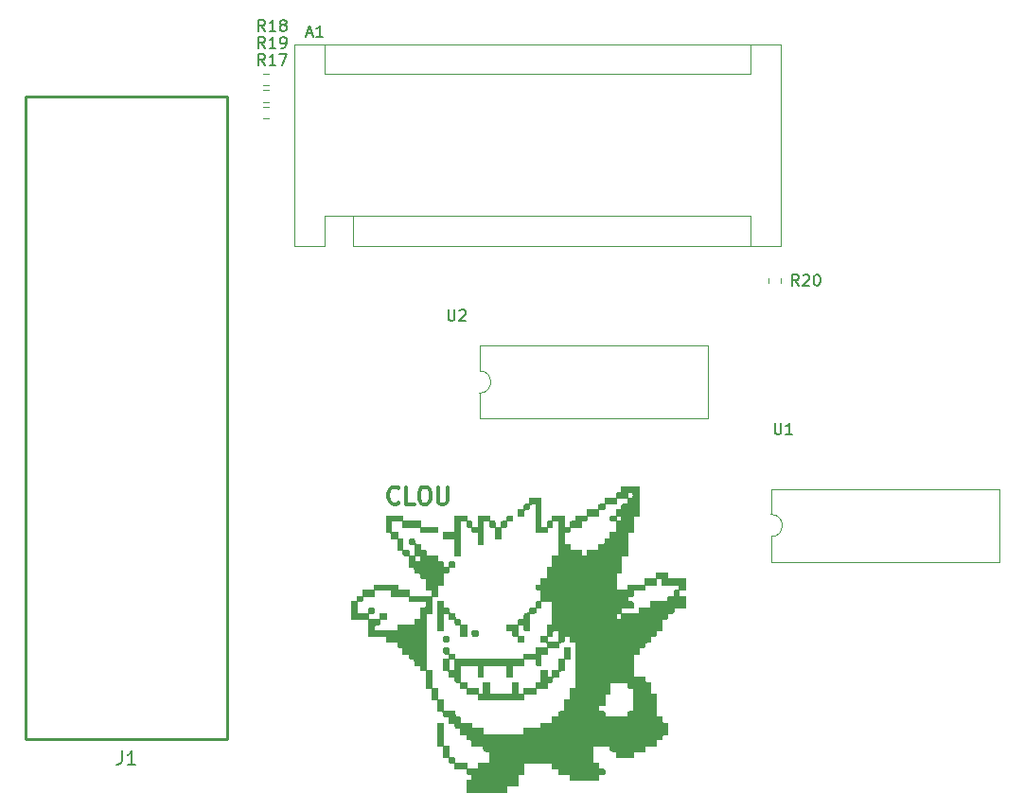
<source format=gbr>
%TF.GenerationSoftware,KiCad,Pcbnew,5.1.10-88a1d61d58~90~ubuntu20.04.1*%
%TF.CreationDate,2021-10-29T09:45:40+02:00*%
%TF.ProjectId,GameboyReader,47616d65-626f-4795-9265-616465722e6b,rev?*%
%TF.SameCoordinates,Original*%
%TF.FileFunction,Legend,Top*%
%TF.FilePolarity,Positive*%
%FSLAX46Y46*%
G04 Gerber Fmt 4.6, Leading zero omitted, Abs format (unit mm)*
G04 Created by KiCad (PCBNEW 5.1.10-88a1d61d58~90~ubuntu20.04.1) date 2021-10-29 09:45:40*
%MOMM*%
%LPD*%
G01*
G04 APERTURE LIST*
%ADD10C,0.010000*%
%ADD11C,0.254000*%
%ADD12C,0.120000*%
%ADD13C,0.300000*%
%ADD14C,0.178000*%
%ADD15C,0.150000*%
G04 APERTURE END LIST*
D10*
%TO.C,G\u002A\u002A\u002A*%
G36*
X160188246Y-122023490D02*
G01*
X160266378Y-122068402D01*
X160286413Y-122185588D01*
X160287027Y-122256486D01*
X160278714Y-122410323D01*
X160227386Y-122478688D01*
X160093459Y-122496219D01*
X160012432Y-122496756D01*
X159836619Y-122489482D01*
X159758487Y-122444570D01*
X159738452Y-122327384D01*
X159737838Y-122256486D01*
X159746151Y-122102649D01*
X159797479Y-122034284D01*
X159931406Y-122016753D01*
X160012432Y-122016216D01*
X160188246Y-122023490D01*
G37*
X160188246Y-122023490D02*
X160266378Y-122068402D01*
X160286413Y-122185588D01*
X160287027Y-122256486D01*
X160278714Y-122410323D01*
X160227386Y-122478688D01*
X160093459Y-122496219D01*
X160012432Y-122496756D01*
X159836619Y-122489482D01*
X159758487Y-122444570D01*
X159738452Y-122327384D01*
X159737838Y-122256486D01*
X159746151Y-122102649D01*
X159797479Y-122034284D01*
X159931406Y-122016753D01*
X160012432Y-122016216D01*
X160188246Y-122023490D01*
G36*
X138563921Y-130261328D02*
G01*
X138642054Y-130306240D01*
X138662089Y-130423426D01*
X138662703Y-130494324D01*
X138654390Y-130648160D01*
X138603061Y-130716526D01*
X138469134Y-130734057D01*
X138388108Y-130734594D01*
X138212295Y-130727320D01*
X138134162Y-130682408D01*
X138114127Y-130565222D01*
X138113513Y-130494324D01*
X138121826Y-130340487D01*
X138173155Y-130272122D01*
X138307082Y-130254591D01*
X138388108Y-130254054D01*
X138563921Y-130261328D01*
G37*
X138563921Y-130261328D02*
X138642054Y-130306240D01*
X138662089Y-130423426D01*
X138662703Y-130494324D01*
X138654390Y-130648160D01*
X138603061Y-130716526D01*
X138469134Y-130734057D01*
X138388108Y-130734594D01*
X138212295Y-130727320D01*
X138134162Y-130682408D01*
X138114127Y-130565222D01*
X138113513Y-130494324D01*
X138121826Y-130340487D01*
X138173155Y-130272122D01*
X138307082Y-130254591D01*
X138388108Y-130254054D01*
X138563921Y-130261328D01*
G36*
X139692432Y-131283783D02*
G01*
X139143243Y-131283783D01*
X139143243Y-130734594D01*
X139692432Y-130734594D01*
X139692432Y-131283783D01*
G37*
X139692432Y-131283783D02*
X139143243Y-131283783D01*
X139143243Y-130734594D01*
X139692432Y-130734594D01*
X139692432Y-131283783D01*
G36*
X150920678Y-122023490D02*
G01*
X150998810Y-122068402D01*
X151018845Y-122185588D01*
X151019459Y-122256486D01*
X151011146Y-122410323D01*
X150959818Y-122478688D01*
X150825891Y-122496219D01*
X150744865Y-122496756D01*
X150470270Y-122496756D01*
X150470270Y-122771351D01*
X150462996Y-122947164D01*
X150418084Y-123025297D01*
X150300898Y-123045331D01*
X150230000Y-123045946D01*
X149989730Y-123045946D01*
X149989730Y-122771351D01*
X149997004Y-122595538D01*
X150041916Y-122517405D01*
X150159102Y-122497370D01*
X150230000Y-122496756D01*
X150391037Y-122486129D01*
X150457079Y-122426173D01*
X150470240Y-122274774D01*
X150470270Y-122256486D01*
X150478583Y-122102649D01*
X150529911Y-122034284D01*
X150663838Y-122016753D01*
X150744865Y-122016216D01*
X150920678Y-122023490D01*
G37*
X150920678Y-122023490D02*
X150998810Y-122068402D01*
X151018845Y-122185588D01*
X151019459Y-122256486D01*
X151011146Y-122410323D01*
X150959818Y-122478688D01*
X150825891Y-122496219D01*
X150744865Y-122496756D01*
X150470270Y-122496756D01*
X150470270Y-122771351D01*
X150462996Y-122947164D01*
X150418084Y-123025297D01*
X150300898Y-123045331D01*
X150230000Y-123045946D01*
X149989730Y-123045946D01*
X149989730Y-122771351D01*
X149997004Y-122595538D01*
X150041916Y-122517405D01*
X150159102Y-122497370D01*
X150230000Y-122496756D01*
X150391037Y-122486129D01*
X150457079Y-122426173D01*
X150470240Y-122274774D01*
X150470270Y-122256486D01*
X150478583Y-122102649D01*
X150529911Y-122034284D01*
X150663838Y-122016753D01*
X150744865Y-122016216D01*
X150920678Y-122023490D01*
G36*
X149989730Y-124075675D02*
G01*
X149440540Y-124075675D01*
X149440540Y-123045946D01*
X149989730Y-123045946D01*
X149989730Y-124075675D01*
G37*
X149989730Y-124075675D02*
X149440540Y-124075675D01*
X149440540Y-123045946D01*
X149989730Y-123045946D01*
X149989730Y-124075675D01*
G36*
X146900540Y-122256486D02*
G01*
X146911167Y-122417523D01*
X146971124Y-122483565D01*
X147122523Y-122496726D01*
X147140811Y-122496756D01*
X147294647Y-122505069D01*
X147363013Y-122556398D01*
X147380544Y-122690325D01*
X147381081Y-122771351D01*
X147381081Y-123045946D01*
X147930270Y-123045946D01*
X147930270Y-122016216D01*
X148960000Y-122016216D01*
X148960000Y-122256486D01*
X148970627Y-122417523D01*
X149030583Y-122483565D01*
X149181982Y-122496726D01*
X149200270Y-122496756D01*
X149354107Y-122505069D01*
X149422473Y-122556398D01*
X149440003Y-122690325D01*
X149440540Y-122771351D01*
X149440540Y-123045946D01*
X149200270Y-123045946D01*
X149046434Y-123037632D01*
X148978068Y-122986304D01*
X148960537Y-122852377D01*
X148960000Y-122771351D01*
X148960000Y-122496756D01*
X148410811Y-122496756D01*
X148410811Y-124556216D01*
X147930270Y-124556216D01*
X147930270Y-123526486D01*
X147655676Y-123526486D01*
X147479862Y-123519212D01*
X147401730Y-123474300D01*
X147381695Y-123357114D01*
X147381081Y-123286216D01*
X147370454Y-123125179D01*
X147310498Y-123059137D01*
X147159099Y-123045975D01*
X147140811Y-123045946D01*
X146986974Y-123037632D01*
X146918608Y-122986304D01*
X146901078Y-122852377D01*
X146900540Y-122771351D01*
X146900540Y-122496756D01*
X146351351Y-122496756D01*
X146351351Y-125585946D01*
X145870811Y-125585946D01*
X145870811Y-124075675D01*
X144841081Y-124075675D01*
X144841081Y-123526486D01*
X145870811Y-123526486D01*
X145870811Y-122016216D01*
X146900540Y-122016216D01*
X146900540Y-122256486D01*
G37*
X146900540Y-122256486D02*
X146911167Y-122417523D01*
X146971124Y-122483565D01*
X147122523Y-122496726D01*
X147140811Y-122496756D01*
X147294647Y-122505069D01*
X147363013Y-122556398D01*
X147380544Y-122690325D01*
X147381081Y-122771351D01*
X147381081Y-123045946D01*
X147930270Y-123045946D01*
X147930270Y-122016216D01*
X148960000Y-122016216D01*
X148960000Y-122256486D01*
X148970627Y-122417523D01*
X149030583Y-122483565D01*
X149181982Y-122496726D01*
X149200270Y-122496756D01*
X149354107Y-122505069D01*
X149422473Y-122556398D01*
X149440003Y-122690325D01*
X149440540Y-122771351D01*
X149440540Y-123045946D01*
X149200270Y-123045946D01*
X149046434Y-123037632D01*
X148978068Y-122986304D01*
X148960537Y-122852377D01*
X148960000Y-122771351D01*
X148960000Y-122496756D01*
X148410811Y-122496756D01*
X148410811Y-124556216D01*
X147930270Y-124556216D01*
X147930270Y-123526486D01*
X147655676Y-123526486D01*
X147479862Y-123519212D01*
X147401730Y-123474300D01*
X147381695Y-123357114D01*
X147381081Y-123286216D01*
X147370454Y-123125179D01*
X147310498Y-123059137D01*
X147159099Y-123045975D01*
X147140811Y-123045946D01*
X146986974Y-123037632D01*
X146918608Y-122986304D01*
X146901078Y-122852377D01*
X146900540Y-122771351D01*
X146900540Y-122496756D01*
X146351351Y-122496756D01*
X146351351Y-125585946D01*
X145870811Y-125585946D01*
X145870811Y-124075675D01*
X144841081Y-124075675D01*
X144841081Y-123526486D01*
X145870811Y-123526486D01*
X145870811Y-122016216D01*
X146900540Y-122016216D01*
X146900540Y-122256486D01*
G36*
X147831489Y-132320787D02*
G01*
X147909621Y-132365699D01*
X147929656Y-132482885D01*
X147930270Y-132553783D01*
X147921957Y-132707620D01*
X147870629Y-132775986D01*
X147736702Y-132793516D01*
X147655676Y-132794054D01*
X147479862Y-132786780D01*
X147401730Y-132741867D01*
X147381695Y-132624681D01*
X147381081Y-132553783D01*
X147389394Y-132399947D01*
X147440722Y-132331581D01*
X147574649Y-132314050D01*
X147655676Y-132313513D01*
X147831489Y-132320787D01*
G37*
X147831489Y-132320787D02*
X147909621Y-132365699D01*
X147929656Y-132482885D01*
X147930270Y-132553783D01*
X147921957Y-132707620D01*
X147870629Y-132775986D01*
X147736702Y-132793516D01*
X147655676Y-132794054D01*
X147479862Y-132786780D01*
X147401730Y-132741867D01*
X147381695Y-132624681D01*
X147381081Y-132553783D01*
X147389394Y-132399947D01*
X147440722Y-132331581D01*
X147574649Y-132314050D01*
X147655676Y-132313513D01*
X147831489Y-132320787D01*
G36*
X144841081Y-129979459D02*
G01*
X144848355Y-130155272D01*
X144893267Y-130233405D01*
X145010453Y-130253440D01*
X145081351Y-130254054D01*
X145242388Y-130264681D01*
X145308430Y-130324637D01*
X145321592Y-130476036D01*
X145321622Y-130494324D01*
X145329935Y-130648160D01*
X145381263Y-130716526D01*
X145515190Y-130734057D01*
X145596216Y-130734594D01*
X145870811Y-130734594D01*
X145870811Y-131009189D01*
X145878085Y-131185002D01*
X145922997Y-131263134D01*
X146040183Y-131283169D01*
X146111081Y-131283783D01*
X146272118Y-131294410D01*
X146338160Y-131354367D01*
X146351321Y-131505766D01*
X146351351Y-131524054D01*
X146359664Y-131677890D01*
X146410993Y-131746256D01*
X146544920Y-131763787D01*
X146625946Y-131764324D01*
X146900540Y-131764324D01*
X146900540Y-132794054D01*
X146351351Y-132794054D01*
X146351351Y-131764324D01*
X146111081Y-131764324D01*
X145950044Y-131753697D01*
X145884002Y-131693741D01*
X145870841Y-131542342D01*
X145870811Y-131524054D01*
X145862498Y-131370217D01*
X145811169Y-131301851D01*
X145677242Y-131284321D01*
X145596216Y-131283783D01*
X145321622Y-131283783D01*
X145321622Y-131009189D01*
X145314348Y-130833376D01*
X145269435Y-130755243D01*
X145152249Y-130735208D01*
X145081351Y-130734594D01*
X144841081Y-130734594D01*
X144841081Y-132313513D01*
X144291892Y-132313513D01*
X144291892Y-129704864D01*
X144841081Y-129704864D01*
X144841081Y-129979459D01*
G37*
X144841081Y-129979459D02*
X144848355Y-130155272D01*
X144893267Y-130233405D01*
X145010453Y-130253440D01*
X145081351Y-130254054D01*
X145242388Y-130264681D01*
X145308430Y-130324637D01*
X145321592Y-130476036D01*
X145321622Y-130494324D01*
X145329935Y-130648160D01*
X145381263Y-130716526D01*
X145515190Y-130734057D01*
X145596216Y-130734594D01*
X145870811Y-130734594D01*
X145870811Y-131009189D01*
X145878085Y-131185002D01*
X145922997Y-131263134D01*
X146040183Y-131283169D01*
X146111081Y-131283783D01*
X146272118Y-131294410D01*
X146338160Y-131354367D01*
X146351321Y-131505766D01*
X146351351Y-131524054D01*
X146359664Y-131677890D01*
X146410993Y-131746256D01*
X146544920Y-131763787D01*
X146625946Y-131764324D01*
X146900540Y-131764324D01*
X146900540Y-132794054D01*
X146351351Y-132794054D01*
X146351351Y-131764324D01*
X146111081Y-131764324D01*
X145950044Y-131753697D01*
X145884002Y-131693741D01*
X145870841Y-131542342D01*
X145870811Y-131524054D01*
X145862498Y-131370217D01*
X145811169Y-131301851D01*
X145677242Y-131284321D01*
X145596216Y-131283783D01*
X145321622Y-131283783D01*
X145321622Y-131009189D01*
X145314348Y-130833376D01*
X145269435Y-130755243D01*
X145152249Y-130735208D01*
X145081351Y-130734594D01*
X144841081Y-130734594D01*
X144841081Y-132313513D01*
X144291892Y-132313513D01*
X144291892Y-129704864D01*
X144841081Y-129704864D01*
X144841081Y-129979459D01*
G36*
X145235188Y-132802367D02*
G01*
X145303554Y-132853695D01*
X145321084Y-132987622D01*
X145321622Y-133068648D01*
X145314348Y-133244461D01*
X145269435Y-133322594D01*
X145152249Y-133342629D01*
X145081351Y-133343243D01*
X144927515Y-133334930D01*
X144859149Y-133283602D01*
X144841618Y-133149675D01*
X144841081Y-133068648D01*
X144848355Y-132892835D01*
X144893267Y-132814703D01*
X145010453Y-132794668D01*
X145081351Y-132794054D01*
X145235188Y-132802367D01*
G37*
X145235188Y-132802367D02*
X145303554Y-132853695D01*
X145321084Y-132987622D01*
X145321622Y-133068648D01*
X145314348Y-133244461D01*
X145269435Y-133322594D01*
X145152249Y-133342629D01*
X145081351Y-133343243D01*
X144927515Y-133334930D01*
X144859149Y-133283602D01*
X144841618Y-133149675D01*
X144841081Y-133068648D01*
X144848355Y-132892835D01*
X144893267Y-132814703D01*
X145010453Y-132794668D01*
X145081351Y-132794054D01*
X145235188Y-132802367D01*
G36*
X151500000Y-131524054D02*
G01*
X151508313Y-131370217D01*
X151559641Y-131301851D01*
X151693568Y-131284321D01*
X151774595Y-131283783D01*
X152049189Y-131283783D01*
X152049189Y-131009189D01*
X152056463Y-130833376D01*
X152101375Y-130755243D01*
X152218561Y-130735208D01*
X152289459Y-130734594D01*
X152450496Y-130723967D01*
X152516539Y-130664011D01*
X152529700Y-130512612D01*
X152529730Y-130494324D01*
X152538043Y-130340487D01*
X152589371Y-130272122D01*
X152723298Y-130254591D01*
X152804324Y-130254054D01*
X153078919Y-130254054D01*
X153078919Y-129979459D01*
X153086193Y-129803646D01*
X153131105Y-129725513D01*
X153248291Y-129705478D01*
X153319189Y-129704864D01*
X153559459Y-129704864D01*
X153559459Y-129979459D01*
X153552185Y-130155272D01*
X153507273Y-130233405D01*
X153390087Y-130253440D01*
X153319189Y-130254054D01*
X153158152Y-130264681D01*
X153092110Y-130324637D01*
X153078949Y-130476036D01*
X153078919Y-130494324D01*
X153070606Y-130648160D01*
X153019278Y-130716526D01*
X152885351Y-130734057D01*
X152804324Y-130734594D01*
X152529730Y-130734594D01*
X152529730Y-132313513D01*
X152289459Y-132313513D01*
X152135623Y-132305200D01*
X152067257Y-132253872D01*
X152049726Y-132119945D01*
X152049189Y-132038919D01*
X152049189Y-131764324D01*
X151500000Y-131764324D01*
X151500000Y-131524054D01*
G37*
X151500000Y-131524054D02*
X151508313Y-131370217D01*
X151559641Y-131301851D01*
X151693568Y-131284321D01*
X151774595Y-131283783D01*
X152049189Y-131283783D01*
X152049189Y-131009189D01*
X152056463Y-130833376D01*
X152101375Y-130755243D01*
X152218561Y-130735208D01*
X152289459Y-130734594D01*
X152450496Y-130723967D01*
X152516539Y-130664011D01*
X152529700Y-130512612D01*
X152529730Y-130494324D01*
X152538043Y-130340487D01*
X152589371Y-130272122D01*
X152723298Y-130254591D01*
X152804324Y-130254054D01*
X153078919Y-130254054D01*
X153078919Y-129979459D01*
X153086193Y-129803646D01*
X153131105Y-129725513D01*
X153248291Y-129705478D01*
X153319189Y-129704864D01*
X153559459Y-129704864D01*
X153559459Y-129979459D01*
X153552185Y-130155272D01*
X153507273Y-130233405D01*
X153390087Y-130253440D01*
X153319189Y-130254054D01*
X153158152Y-130264681D01*
X153092110Y-130324637D01*
X153078949Y-130476036D01*
X153078919Y-130494324D01*
X153070606Y-130648160D01*
X153019278Y-130716526D01*
X152885351Y-130734057D01*
X152804324Y-130734594D01*
X152529730Y-130734594D01*
X152529730Y-132313513D01*
X152289459Y-132313513D01*
X152135623Y-132305200D01*
X152067257Y-132253872D01*
X152049726Y-132119945D01*
X152049189Y-132038919D01*
X152049189Y-131764324D01*
X151500000Y-131764324D01*
X151500000Y-131524054D01*
G36*
X152049189Y-134853513D02*
G01*
X152049189Y-135402702D01*
X151019459Y-135402702D01*
X151019459Y-136432432D01*
X150470270Y-136432432D01*
X150470270Y-135402702D01*
X148410811Y-135402702D01*
X148410811Y-136432432D01*
X147930270Y-136432432D01*
X147930270Y-135402702D01*
X146351351Y-135402702D01*
X146351351Y-136912973D01*
X146900540Y-136912973D01*
X146900540Y-137462162D01*
X147930270Y-137462162D01*
X147930270Y-137702432D01*
X147940897Y-137863469D01*
X148000853Y-137929511D01*
X148152252Y-137942672D01*
X148170540Y-137942702D01*
X148410811Y-137942702D01*
X148410811Y-136912973D01*
X148960000Y-136912973D01*
X148960000Y-137942702D01*
X151019459Y-137942702D01*
X151019459Y-136912973D01*
X151500000Y-136912973D01*
X151500000Y-137942702D01*
X151774595Y-137942702D01*
X151950408Y-137935428D01*
X152028540Y-137890516D01*
X152048575Y-137773330D01*
X152049189Y-137702432D01*
X152049189Y-137462162D01*
X153078919Y-137462162D01*
X153078919Y-137942702D01*
X152049189Y-137942702D01*
X152049189Y-138491891D01*
X147930270Y-138491891D01*
X147930270Y-137942702D01*
X146900540Y-137942702D01*
X146900540Y-137702432D01*
X146892227Y-137548595D01*
X146840899Y-137480230D01*
X146706972Y-137462699D01*
X146625946Y-137462162D01*
X146351351Y-137462162D01*
X146351351Y-137187567D01*
X146344077Y-137011754D01*
X146299165Y-136933622D01*
X146181979Y-136913587D01*
X146111081Y-136912973D01*
X145950044Y-136902346D01*
X145884002Y-136842389D01*
X145870841Y-136690990D01*
X145870811Y-136672702D01*
X145862498Y-136518866D01*
X145811169Y-136450500D01*
X145677242Y-136432969D01*
X145596216Y-136432432D01*
X145321622Y-136432432D01*
X145321622Y-136157837D01*
X145314348Y-135982024D01*
X145269435Y-135903892D01*
X145152249Y-135883857D01*
X145081351Y-135883243D01*
X144841081Y-135883243D01*
X144841081Y-134853513D01*
X145081351Y-134853513D01*
X145321622Y-134853513D01*
X145321622Y-135883243D01*
X145870811Y-135883243D01*
X145870811Y-134853513D01*
X145321622Y-134853513D01*
X145081351Y-134853513D01*
X145242388Y-134842886D01*
X145308430Y-134782930D01*
X145321592Y-134631531D01*
X145321622Y-134613243D01*
X145310995Y-134452206D01*
X145251038Y-134386164D01*
X145099639Y-134373002D01*
X145081351Y-134372973D01*
X144927515Y-134364659D01*
X144859149Y-134313331D01*
X144841618Y-134179404D01*
X144841081Y-134098378D01*
X144848355Y-133922565D01*
X144893267Y-133844432D01*
X145010453Y-133824397D01*
X145081351Y-133823783D01*
X145235188Y-133832096D01*
X145303554Y-133883425D01*
X145321084Y-134017352D01*
X145321622Y-134098378D01*
X145321622Y-134372973D01*
X145596216Y-134372973D01*
X145772029Y-134380246D01*
X145850162Y-134425159D01*
X145870197Y-134542345D01*
X145870811Y-134613243D01*
X145870811Y-134853513D01*
X152049189Y-134853513D01*
G37*
X152049189Y-134853513D02*
X152049189Y-135402702D01*
X151019459Y-135402702D01*
X151019459Y-136432432D01*
X150470270Y-136432432D01*
X150470270Y-135402702D01*
X148410811Y-135402702D01*
X148410811Y-136432432D01*
X147930270Y-136432432D01*
X147930270Y-135402702D01*
X146351351Y-135402702D01*
X146351351Y-136912973D01*
X146900540Y-136912973D01*
X146900540Y-137462162D01*
X147930270Y-137462162D01*
X147930270Y-137702432D01*
X147940897Y-137863469D01*
X148000853Y-137929511D01*
X148152252Y-137942672D01*
X148170540Y-137942702D01*
X148410811Y-137942702D01*
X148410811Y-136912973D01*
X148960000Y-136912973D01*
X148960000Y-137942702D01*
X151019459Y-137942702D01*
X151019459Y-136912973D01*
X151500000Y-136912973D01*
X151500000Y-137942702D01*
X151774595Y-137942702D01*
X151950408Y-137935428D01*
X152028540Y-137890516D01*
X152048575Y-137773330D01*
X152049189Y-137702432D01*
X152049189Y-137462162D01*
X153078919Y-137462162D01*
X153078919Y-137942702D01*
X152049189Y-137942702D01*
X152049189Y-138491891D01*
X147930270Y-138491891D01*
X147930270Y-137942702D01*
X146900540Y-137942702D01*
X146900540Y-137702432D01*
X146892227Y-137548595D01*
X146840899Y-137480230D01*
X146706972Y-137462699D01*
X146625946Y-137462162D01*
X146351351Y-137462162D01*
X146351351Y-137187567D01*
X146344077Y-137011754D01*
X146299165Y-136933622D01*
X146181979Y-136913587D01*
X146111081Y-136912973D01*
X145950044Y-136902346D01*
X145884002Y-136842389D01*
X145870841Y-136690990D01*
X145870811Y-136672702D01*
X145862498Y-136518866D01*
X145811169Y-136450500D01*
X145677242Y-136432969D01*
X145596216Y-136432432D01*
X145321622Y-136432432D01*
X145321622Y-136157837D01*
X145314348Y-135982024D01*
X145269435Y-135903892D01*
X145152249Y-135883857D01*
X145081351Y-135883243D01*
X144841081Y-135883243D01*
X144841081Y-134853513D01*
X145081351Y-134853513D01*
X145321622Y-134853513D01*
X145321622Y-135883243D01*
X145870811Y-135883243D01*
X145870811Y-134853513D01*
X145321622Y-134853513D01*
X145081351Y-134853513D01*
X145242388Y-134842886D01*
X145308430Y-134782930D01*
X145321592Y-134631531D01*
X145321622Y-134613243D01*
X145310995Y-134452206D01*
X145251038Y-134386164D01*
X145099639Y-134373002D01*
X145081351Y-134372973D01*
X144927515Y-134364659D01*
X144859149Y-134313331D01*
X144841618Y-134179404D01*
X144841081Y-134098378D01*
X144848355Y-133922565D01*
X144893267Y-133844432D01*
X145010453Y-133824397D01*
X145081351Y-133823783D01*
X145235188Y-133832096D01*
X145303554Y-133883425D01*
X145321084Y-134017352D01*
X145321622Y-134098378D01*
X145321622Y-134372973D01*
X145596216Y-134372973D01*
X145772029Y-134380246D01*
X145850162Y-134425159D01*
X145870197Y-134542345D01*
X145870811Y-134613243D01*
X145870811Y-134853513D01*
X152049189Y-134853513D01*
G36*
X151500000Y-132794054D02*
G01*
X152049189Y-132794054D01*
X152049189Y-133343243D01*
X151500000Y-133343243D01*
X151500000Y-133068648D01*
X151492726Y-132892835D01*
X151447814Y-132814703D01*
X151330628Y-132794668D01*
X151259730Y-132794054D01*
X151098693Y-132783427D01*
X151032650Y-132723470D01*
X151019489Y-132572071D01*
X151019459Y-132553783D01*
X151011146Y-132399947D01*
X150959818Y-132331581D01*
X150825891Y-132314050D01*
X150744865Y-132313513D01*
X150470270Y-132313513D01*
X150470270Y-131764324D01*
X151500000Y-131764324D01*
X151500000Y-132794054D01*
G37*
X151500000Y-132794054D02*
X152049189Y-132794054D01*
X152049189Y-133343243D01*
X151500000Y-133343243D01*
X151500000Y-133068648D01*
X151492726Y-132892835D01*
X151447814Y-132814703D01*
X151330628Y-132794668D01*
X151259730Y-132794054D01*
X151098693Y-132783427D01*
X151032650Y-132723470D01*
X151019489Y-132572071D01*
X151019459Y-132553783D01*
X151011146Y-132399947D01*
X150959818Y-132331581D01*
X150825891Y-132314050D01*
X150744865Y-132313513D01*
X150470270Y-132313513D01*
X150470270Y-131764324D01*
X151500000Y-131764324D01*
X151500000Y-132794054D01*
G36*
X142781622Y-123045946D02*
G01*
X141202703Y-123045946D01*
X141202703Y-122496756D01*
X142781622Y-122496756D01*
X142781622Y-123045946D01*
G37*
X142781622Y-123045946D02*
X141202703Y-123045946D01*
X141202703Y-122496756D01*
X142781622Y-122496756D01*
X142781622Y-123045946D01*
G36*
X144291892Y-123526486D02*
G01*
X142781622Y-123526486D01*
X142781622Y-123045946D01*
X144291892Y-123045946D01*
X144291892Y-123526486D01*
G37*
X144291892Y-123526486D02*
X142781622Y-123526486D01*
X142781622Y-123045946D01*
X144291892Y-123045946D01*
X144291892Y-123526486D01*
G36*
X141202703Y-122496756D02*
G01*
X140172973Y-122496756D01*
X140172973Y-123526486D01*
X140722162Y-123526486D01*
X140722162Y-123801081D01*
X140729436Y-123976894D01*
X140774348Y-124055026D01*
X140891534Y-124075061D01*
X140962432Y-124075675D01*
X141202703Y-124075675D01*
X141202703Y-125105405D01*
X141477297Y-125105405D01*
X141653110Y-125112679D01*
X141731243Y-125157591D01*
X141751278Y-125274777D01*
X141751892Y-125345675D01*
X141762519Y-125506712D01*
X141822475Y-125572754D01*
X141973874Y-125585916D01*
X141992162Y-125585946D01*
X142232432Y-125585946D01*
X142232432Y-126135135D01*
X142781622Y-126135135D01*
X142781622Y-125585946D01*
X142232432Y-125585946D01*
X142232432Y-124556216D01*
X141992162Y-124556216D01*
X141831125Y-124545589D01*
X141765083Y-124485633D01*
X141751922Y-124334234D01*
X141751892Y-124315946D01*
X141762519Y-124154909D01*
X141822475Y-124088866D01*
X141973874Y-124075705D01*
X141992162Y-124075675D01*
X142153199Y-124086302D01*
X142219241Y-124146259D01*
X142232402Y-124297657D01*
X142232432Y-124315946D01*
X142240745Y-124469782D01*
X142292074Y-124538148D01*
X142426001Y-124555679D01*
X142507027Y-124556216D01*
X142781622Y-124556216D01*
X142781622Y-124830810D01*
X142788895Y-125006624D01*
X142833808Y-125084756D01*
X142950994Y-125104791D01*
X143021892Y-125105405D01*
X143182929Y-125116032D01*
X143248971Y-125175988D01*
X143262132Y-125327387D01*
X143262162Y-125345675D01*
X143262162Y-125585946D01*
X144291892Y-125585946D01*
X144291892Y-126135135D01*
X144566486Y-126135135D01*
X144742300Y-126142409D01*
X144820432Y-126187321D01*
X144840467Y-126304507D01*
X144841081Y-126375405D01*
X144851708Y-126536442D01*
X144911664Y-126602484D01*
X145063063Y-126615645D01*
X145081351Y-126615675D01*
X145242388Y-126605048D01*
X145308430Y-126545092D01*
X145321592Y-126393693D01*
X145321622Y-126375405D01*
X145329935Y-126221568D01*
X145381263Y-126153203D01*
X145515190Y-126135672D01*
X145596216Y-126135135D01*
X145772029Y-126142409D01*
X145850162Y-126187321D01*
X145870197Y-126304507D01*
X145870811Y-126375405D01*
X145862498Y-126529242D01*
X145811169Y-126597607D01*
X145677242Y-126615138D01*
X145596216Y-126615675D01*
X145321622Y-126615675D01*
X145321622Y-126890270D01*
X145314348Y-127066083D01*
X145269435Y-127144215D01*
X145152249Y-127164250D01*
X145081351Y-127164864D01*
X144841081Y-127164864D01*
X144841081Y-128194594D01*
X144291892Y-128194594D01*
X144291892Y-129224324D01*
X143811351Y-129224324D01*
X143811351Y-128675135D01*
X143262162Y-128675135D01*
X143262162Y-127645405D01*
X143021892Y-127645405D01*
X142860855Y-127634778D01*
X142794813Y-127574822D01*
X142781651Y-127423423D01*
X142781622Y-127405135D01*
X142773308Y-127251298D01*
X142721980Y-127182932D01*
X142588053Y-127165402D01*
X142507027Y-127164864D01*
X142232432Y-127164864D01*
X142232432Y-126890270D01*
X142225158Y-126714457D01*
X142180246Y-126636324D01*
X142063060Y-126616289D01*
X141992162Y-126615675D01*
X141751892Y-126615675D01*
X141751892Y-125585946D01*
X141477297Y-125585946D01*
X141301484Y-125578672D01*
X141223352Y-125533759D01*
X141203317Y-125416573D01*
X141202703Y-125345675D01*
X141192076Y-125184639D01*
X141132119Y-125118596D01*
X140980720Y-125105435D01*
X140962432Y-125105405D01*
X140722162Y-125105405D01*
X140722162Y-124075675D01*
X140172973Y-124075675D01*
X140172973Y-123801081D01*
X140165699Y-123625267D01*
X140120787Y-123547135D01*
X140003601Y-123527100D01*
X139932703Y-123526486D01*
X139692432Y-123526486D01*
X139692432Y-122016216D01*
X141202703Y-122016216D01*
X141202703Y-122496756D01*
G37*
X141202703Y-122496756D02*
X140172973Y-122496756D01*
X140172973Y-123526486D01*
X140722162Y-123526486D01*
X140722162Y-123801081D01*
X140729436Y-123976894D01*
X140774348Y-124055026D01*
X140891534Y-124075061D01*
X140962432Y-124075675D01*
X141202703Y-124075675D01*
X141202703Y-125105405D01*
X141477297Y-125105405D01*
X141653110Y-125112679D01*
X141731243Y-125157591D01*
X141751278Y-125274777D01*
X141751892Y-125345675D01*
X141762519Y-125506712D01*
X141822475Y-125572754D01*
X141973874Y-125585916D01*
X141992162Y-125585946D01*
X142232432Y-125585946D01*
X142232432Y-126135135D01*
X142781622Y-126135135D01*
X142781622Y-125585946D01*
X142232432Y-125585946D01*
X142232432Y-124556216D01*
X141992162Y-124556216D01*
X141831125Y-124545589D01*
X141765083Y-124485633D01*
X141751922Y-124334234D01*
X141751892Y-124315946D01*
X141762519Y-124154909D01*
X141822475Y-124088866D01*
X141973874Y-124075705D01*
X141992162Y-124075675D01*
X142153199Y-124086302D01*
X142219241Y-124146259D01*
X142232402Y-124297657D01*
X142232432Y-124315946D01*
X142240745Y-124469782D01*
X142292074Y-124538148D01*
X142426001Y-124555679D01*
X142507027Y-124556216D01*
X142781622Y-124556216D01*
X142781622Y-124830810D01*
X142788895Y-125006624D01*
X142833808Y-125084756D01*
X142950994Y-125104791D01*
X143021892Y-125105405D01*
X143182929Y-125116032D01*
X143248971Y-125175988D01*
X143262132Y-125327387D01*
X143262162Y-125345675D01*
X143262162Y-125585946D01*
X144291892Y-125585946D01*
X144291892Y-126135135D01*
X144566486Y-126135135D01*
X144742300Y-126142409D01*
X144820432Y-126187321D01*
X144840467Y-126304507D01*
X144841081Y-126375405D01*
X144851708Y-126536442D01*
X144911664Y-126602484D01*
X145063063Y-126615645D01*
X145081351Y-126615675D01*
X145242388Y-126605048D01*
X145308430Y-126545092D01*
X145321592Y-126393693D01*
X145321622Y-126375405D01*
X145329935Y-126221568D01*
X145381263Y-126153203D01*
X145515190Y-126135672D01*
X145596216Y-126135135D01*
X145772029Y-126142409D01*
X145850162Y-126187321D01*
X145870197Y-126304507D01*
X145870811Y-126375405D01*
X145862498Y-126529242D01*
X145811169Y-126597607D01*
X145677242Y-126615138D01*
X145596216Y-126615675D01*
X145321622Y-126615675D01*
X145321622Y-126890270D01*
X145314348Y-127066083D01*
X145269435Y-127144215D01*
X145152249Y-127164250D01*
X145081351Y-127164864D01*
X144841081Y-127164864D01*
X144841081Y-128194594D01*
X144291892Y-128194594D01*
X144291892Y-129224324D01*
X143811351Y-129224324D01*
X143811351Y-128675135D01*
X143262162Y-128675135D01*
X143262162Y-127645405D01*
X143021892Y-127645405D01*
X142860855Y-127634778D01*
X142794813Y-127574822D01*
X142781651Y-127423423D01*
X142781622Y-127405135D01*
X142773308Y-127251298D01*
X142721980Y-127182932D01*
X142588053Y-127165402D01*
X142507027Y-127164864D01*
X142232432Y-127164864D01*
X142232432Y-126890270D01*
X142225158Y-126714457D01*
X142180246Y-126636324D01*
X142063060Y-126616289D01*
X141992162Y-126615675D01*
X141751892Y-126615675D01*
X141751892Y-125585946D01*
X141477297Y-125585946D01*
X141301484Y-125578672D01*
X141223352Y-125533759D01*
X141203317Y-125416573D01*
X141202703Y-125345675D01*
X141192076Y-125184639D01*
X141132119Y-125118596D01*
X140980720Y-125105435D01*
X140962432Y-125105405D01*
X140722162Y-125105405D01*
X140722162Y-124075675D01*
X140172973Y-124075675D01*
X140172973Y-123801081D01*
X140165699Y-123625267D01*
X140120787Y-123547135D01*
X140003601Y-123527100D01*
X139932703Y-123526486D01*
X139692432Y-123526486D01*
X139692432Y-122016216D01*
X141202703Y-122016216D01*
X141202703Y-122496756D01*
G36*
X156168108Y-134853513D02*
G01*
X155618919Y-134853513D01*
X155618919Y-133823783D01*
X156168108Y-133823783D01*
X156168108Y-134853513D01*
G37*
X156168108Y-134853513D02*
X155618919Y-134853513D01*
X155618919Y-133823783D01*
X156168108Y-133823783D01*
X156168108Y-134853513D01*
G36*
X154108649Y-134372973D02*
G01*
X153559459Y-134372973D01*
X153559459Y-135402702D01*
X153319189Y-135402702D01*
X153165353Y-135394389D01*
X153096987Y-135343061D01*
X153079456Y-135209134D01*
X153078919Y-135128108D01*
X153078919Y-134853513D01*
X152049189Y-134853513D01*
X152049189Y-134372973D01*
X153078919Y-134372973D01*
X153078919Y-133823783D01*
X154108649Y-133823783D01*
X154108649Y-134372973D01*
G37*
X154108649Y-134372973D02*
X153559459Y-134372973D01*
X153559459Y-135402702D01*
X153319189Y-135402702D01*
X153165353Y-135394389D01*
X153096987Y-135343061D01*
X153079456Y-135209134D01*
X153078919Y-135128108D01*
X153078919Y-134853513D01*
X152049189Y-134853513D01*
X152049189Y-134372973D01*
X153078919Y-134372973D01*
X153078919Y-133823783D01*
X154108649Y-133823783D01*
X154108649Y-134372973D01*
G36*
X140722162Y-128675135D02*
G01*
X141751892Y-128675135D01*
X141751892Y-129224324D01*
X143811351Y-129224324D01*
X143811351Y-130734594D01*
X143262162Y-130734594D01*
X143262162Y-135883243D01*
X143021892Y-135883243D01*
X142860855Y-135872616D01*
X142794813Y-135812660D01*
X142781651Y-135661261D01*
X142781622Y-135642973D01*
X142773308Y-135489136D01*
X142721980Y-135420770D01*
X142588053Y-135403240D01*
X142507027Y-135402702D01*
X142232432Y-135402702D01*
X142232432Y-135128108D01*
X142225158Y-134952294D01*
X142180246Y-134874162D01*
X142063060Y-134854127D01*
X141992162Y-134853513D01*
X141831125Y-134842886D01*
X141765083Y-134782930D01*
X141751922Y-134631531D01*
X141751892Y-134613243D01*
X141743579Y-134459406D01*
X141692250Y-134391040D01*
X141558324Y-134373510D01*
X141477297Y-134372973D01*
X141202703Y-134372973D01*
X141202703Y-134098378D01*
X141195429Y-133922565D01*
X141150516Y-133844432D01*
X141033330Y-133824397D01*
X140962432Y-133823783D01*
X140801396Y-133813156D01*
X140735353Y-133753200D01*
X140722192Y-133601801D01*
X140722162Y-133583513D01*
X140722162Y-133343243D01*
X139692432Y-133343243D01*
X139692432Y-132794054D01*
X138113513Y-132794054D01*
X138113513Y-131283783D01*
X136603243Y-131283783D01*
X136603243Y-129704864D01*
X136843513Y-129704864D01*
X137083784Y-129704864D01*
X137083784Y-130734594D01*
X138113513Y-130734594D01*
X138113513Y-131283783D01*
X139143243Y-131283783D01*
X139143243Y-131524054D01*
X139132616Y-131685090D01*
X139072660Y-131751133D01*
X138921261Y-131764294D01*
X138902973Y-131764324D01*
X138749136Y-131772637D01*
X138680770Y-131823965D01*
X138663240Y-131957892D01*
X138662703Y-132038919D01*
X138662703Y-132313513D01*
X140722162Y-132313513D01*
X140722162Y-131764324D01*
X142232432Y-131764324D01*
X142232432Y-131524054D01*
X142240745Y-131370217D01*
X142292074Y-131301851D01*
X142426001Y-131284321D01*
X142507027Y-131283783D01*
X142781622Y-131283783D01*
X142781622Y-130254054D01*
X143021892Y-130254054D01*
X143175728Y-130245741D01*
X143244094Y-130194412D01*
X143261625Y-130060485D01*
X143262162Y-129979459D01*
X143262162Y-129704864D01*
X141751892Y-129704864D01*
X141751892Y-129224324D01*
X140172973Y-129224324D01*
X140172973Y-128675135D01*
X138662703Y-128675135D01*
X138662703Y-129224324D01*
X137632973Y-129224324D01*
X137632973Y-129464594D01*
X137624660Y-129618431D01*
X137573332Y-129686797D01*
X137439405Y-129704327D01*
X137358378Y-129704864D01*
X137083784Y-129704864D01*
X136843513Y-129704864D01*
X137004550Y-129694237D01*
X137070593Y-129634281D01*
X137083754Y-129482882D01*
X137083784Y-129464594D01*
X137092097Y-129310758D01*
X137143425Y-129242392D01*
X137277352Y-129224861D01*
X137358378Y-129224324D01*
X137632973Y-129224324D01*
X137632973Y-128675135D01*
X138662703Y-128675135D01*
X138662703Y-128194594D01*
X140722162Y-128194594D01*
X140722162Y-128675135D01*
G37*
X140722162Y-128675135D02*
X141751892Y-128675135D01*
X141751892Y-129224324D01*
X143811351Y-129224324D01*
X143811351Y-130734594D01*
X143262162Y-130734594D01*
X143262162Y-135883243D01*
X143021892Y-135883243D01*
X142860855Y-135872616D01*
X142794813Y-135812660D01*
X142781651Y-135661261D01*
X142781622Y-135642973D01*
X142773308Y-135489136D01*
X142721980Y-135420770D01*
X142588053Y-135403240D01*
X142507027Y-135402702D01*
X142232432Y-135402702D01*
X142232432Y-135128108D01*
X142225158Y-134952294D01*
X142180246Y-134874162D01*
X142063060Y-134854127D01*
X141992162Y-134853513D01*
X141831125Y-134842886D01*
X141765083Y-134782930D01*
X141751922Y-134631531D01*
X141751892Y-134613243D01*
X141743579Y-134459406D01*
X141692250Y-134391040D01*
X141558324Y-134373510D01*
X141477297Y-134372973D01*
X141202703Y-134372973D01*
X141202703Y-134098378D01*
X141195429Y-133922565D01*
X141150516Y-133844432D01*
X141033330Y-133824397D01*
X140962432Y-133823783D01*
X140801396Y-133813156D01*
X140735353Y-133753200D01*
X140722192Y-133601801D01*
X140722162Y-133583513D01*
X140722162Y-133343243D01*
X139692432Y-133343243D01*
X139692432Y-132794054D01*
X138113513Y-132794054D01*
X138113513Y-131283783D01*
X136603243Y-131283783D01*
X136603243Y-129704864D01*
X136843513Y-129704864D01*
X137083784Y-129704864D01*
X137083784Y-130734594D01*
X138113513Y-130734594D01*
X138113513Y-131283783D01*
X139143243Y-131283783D01*
X139143243Y-131524054D01*
X139132616Y-131685090D01*
X139072660Y-131751133D01*
X138921261Y-131764294D01*
X138902973Y-131764324D01*
X138749136Y-131772637D01*
X138680770Y-131823965D01*
X138663240Y-131957892D01*
X138662703Y-132038919D01*
X138662703Y-132313513D01*
X140722162Y-132313513D01*
X140722162Y-131764324D01*
X142232432Y-131764324D01*
X142232432Y-131524054D01*
X142240745Y-131370217D01*
X142292074Y-131301851D01*
X142426001Y-131284321D01*
X142507027Y-131283783D01*
X142781622Y-131283783D01*
X142781622Y-130254054D01*
X143021892Y-130254054D01*
X143175728Y-130245741D01*
X143244094Y-130194412D01*
X143261625Y-130060485D01*
X143262162Y-129979459D01*
X143262162Y-129704864D01*
X141751892Y-129704864D01*
X141751892Y-129224324D01*
X140172973Y-129224324D01*
X140172973Y-128675135D01*
X138662703Y-128675135D01*
X138662703Y-129224324D01*
X137632973Y-129224324D01*
X137632973Y-129464594D01*
X137624660Y-129618431D01*
X137573332Y-129686797D01*
X137439405Y-129704327D01*
X137358378Y-129704864D01*
X137083784Y-129704864D01*
X136843513Y-129704864D01*
X137004550Y-129694237D01*
X137070593Y-129634281D01*
X137083754Y-129482882D01*
X137083784Y-129464594D01*
X137092097Y-129310758D01*
X137143425Y-129242392D01*
X137277352Y-129224861D01*
X137358378Y-129224324D01*
X137632973Y-129224324D01*
X137632973Y-128675135D01*
X138662703Y-128675135D01*
X138662703Y-128194594D01*
X140722162Y-128194594D01*
X140722162Y-128675135D01*
G36*
X143811351Y-137462162D02*
G01*
X143262162Y-137462162D01*
X143262162Y-135883243D01*
X143811351Y-135883243D01*
X143811351Y-137462162D01*
G37*
X143811351Y-137462162D02*
X143262162Y-137462162D01*
X143262162Y-135883243D01*
X143811351Y-135883243D01*
X143811351Y-137462162D01*
G36*
X155618919Y-135883243D02*
G01*
X155378649Y-135883243D01*
X155224812Y-135891556D01*
X155156446Y-135942884D01*
X155138916Y-136076811D01*
X155138378Y-136157837D01*
X155138378Y-136432432D01*
X154863784Y-136432432D01*
X154687970Y-136439706D01*
X154609838Y-136484618D01*
X154589803Y-136601804D01*
X154589189Y-136672702D01*
X154578562Y-136833739D01*
X154518606Y-136899781D01*
X154367207Y-136912943D01*
X154348919Y-136912973D01*
X154195082Y-136921286D01*
X154126716Y-136972614D01*
X154109186Y-137106541D01*
X154108649Y-137187567D01*
X154108649Y-137462162D01*
X153078919Y-137462162D01*
X153078919Y-137187567D01*
X153086193Y-137011754D01*
X153131105Y-136933622D01*
X153248291Y-136913587D01*
X153319189Y-136912973D01*
X153559459Y-136912973D01*
X153559459Y-135883243D01*
X154108649Y-135883243D01*
X154108649Y-136157837D01*
X154115922Y-136333651D01*
X154160835Y-136411783D01*
X154278021Y-136431818D01*
X154348919Y-136432432D01*
X154502755Y-136424119D01*
X154571121Y-136372791D01*
X154588652Y-136238864D01*
X154589189Y-136157837D01*
X154589189Y-135883243D01*
X155138378Y-135883243D01*
X155138378Y-134853513D01*
X155618919Y-134853513D01*
X155618919Y-135883243D01*
G37*
X155618919Y-135883243D02*
X155378649Y-135883243D01*
X155224812Y-135891556D01*
X155156446Y-135942884D01*
X155138916Y-136076811D01*
X155138378Y-136157837D01*
X155138378Y-136432432D01*
X154863784Y-136432432D01*
X154687970Y-136439706D01*
X154609838Y-136484618D01*
X154589803Y-136601804D01*
X154589189Y-136672702D01*
X154578562Y-136833739D01*
X154518606Y-136899781D01*
X154367207Y-136912943D01*
X154348919Y-136912973D01*
X154195082Y-136921286D01*
X154126716Y-136972614D01*
X154109186Y-137106541D01*
X154108649Y-137187567D01*
X154108649Y-137462162D01*
X153078919Y-137462162D01*
X153078919Y-137187567D01*
X153086193Y-137011754D01*
X153131105Y-136933622D01*
X153248291Y-136913587D01*
X153319189Y-136912973D01*
X153559459Y-136912973D01*
X153559459Y-135883243D01*
X154108649Y-135883243D01*
X154108649Y-136157837D01*
X154115922Y-136333651D01*
X154160835Y-136411783D01*
X154278021Y-136431818D01*
X154348919Y-136432432D01*
X154502755Y-136424119D01*
X154571121Y-136372791D01*
X154588652Y-136238864D01*
X154589189Y-136157837D01*
X154589189Y-135883243D01*
X155138378Y-135883243D01*
X155138378Y-134853513D01*
X155618919Y-134853513D01*
X155618919Y-135883243D01*
G36*
X144291892Y-138491891D02*
G01*
X143811351Y-138491891D01*
X143811351Y-137462162D01*
X144291892Y-137462162D01*
X144291892Y-138491891D01*
G37*
X144291892Y-138491891D02*
X143811351Y-138491891D01*
X143811351Y-137462162D01*
X144291892Y-137462162D01*
X144291892Y-138491891D01*
G36*
X144841081Y-142610810D02*
G01*
X144291892Y-142610810D01*
X144291892Y-140551351D01*
X144841081Y-140551351D01*
X144841081Y-142610810D01*
G37*
X144841081Y-142610810D02*
X144291892Y-142610810D01*
X144291892Y-140551351D01*
X144841081Y-140551351D01*
X144841081Y-142610810D01*
G36*
X145321622Y-143640540D02*
G01*
X145596216Y-143640540D01*
X145772029Y-143647814D01*
X145850162Y-143692726D01*
X145870197Y-143809912D01*
X145870811Y-143880810D01*
X145870811Y-144121081D01*
X145596216Y-144121081D01*
X145420403Y-144113807D01*
X145342271Y-144068895D01*
X145322236Y-143951708D01*
X145321622Y-143880810D01*
X145310995Y-143719774D01*
X145251038Y-143653731D01*
X145099639Y-143640570D01*
X145081351Y-143640540D01*
X144841081Y-143640540D01*
X144841081Y-142610810D01*
X145321622Y-142610810D01*
X145321622Y-143640540D01*
G37*
X145321622Y-143640540D02*
X145596216Y-143640540D01*
X145772029Y-143647814D01*
X145850162Y-143692726D01*
X145870197Y-143809912D01*
X145870811Y-143880810D01*
X145870811Y-144121081D01*
X145596216Y-144121081D01*
X145420403Y-144113807D01*
X145342271Y-144068895D01*
X145322236Y-143951708D01*
X145321622Y-143880810D01*
X145310995Y-143719774D01*
X145251038Y-143653731D01*
X145099639Y-143640570D01*
X145081351Y-143640540D01*
X144841081Y-143640540D01*
X144841081Y-142610810D01*
X145321622Y-142610810D01*
X145321622Y-143640540D01*
G36*
X146900540Y-144670270D02*
G01*
X145870811Y-144670270D01*
X145870811Y-144121081D01*
X146900540Y-144121081D01*
X146900540Y-144670270D01*
G37*
X146900540Y-144670270D02*
X145870811Y-144670270D01*
X145870811Y-144121081D01*
X146900540Y-144121081D01*
X146900540Y-144670270D01*
G36*
X153559459Y-128675135D02*
G01*
X153319189Y-128675135D01*
X153158152Y-128664508D01*
X153092110Y-128604551D01*
X153078949Y-128453153D01*
X153078919Y-128434864D01*
X153089546Y-128273828D01*
X153149502Y-128207785D01*
X153300901Y-128194624D01*
X153319189Y-128194594D01*
X153473026Y-128186281D01*
X153541391Y-128134953D01*
X153558922Y-128001026D01*
X153559459Y-127920000D01*
X153559459Y-127645405D01*
X154108649Y-127645405D01*
X154108649Y-126615675D01*
X154589189Y-126615675D01*
X154589189Y-125585946D01*
X155138378Y-125585946D01*
X155138378Y-123526486D01*
X155618919Y-123526486D01*
X155618919Y-124556216D01*
X156168108Y-124556216D01*
X156168108Y-125105405D01*
X157197838Y-125105405D01*
X157197838Y-125345675D01*
X157208465Y-125506712D01*
X157268421Y-125572754D01*
X157419820Y-125585916D01*
X157438108Y-125585946D01*
X157599145Y-125575319D01*
X157665187Y-125515362D01*
X157678348Y-125363963D01*
X157678378Y-125345675D01*
X157678378Y-125105405D01*
X158708108Y-125105405D01*
X158708108Y-124556216D01*
X158982703Y-124556216D01*
X159158516Y-124548942D01*
X159236648Y-124504030D01*
X159256683Y-124386844D01*
X159257297Y-124315946D01*
X159267924Y-124154909D01*
X159327880Y-124088866D01*
X159479279Y-124075705D01*
X159497567Y-124075675D01*
X159651404Y-124067362D01*
X159719770Y-124016034D01*
X159737300Y-123882107D01*
X159737838Y-123801081D01*
X159737838Y-123526486D01*
X160287027Y-123526486D01*
X160287027Y-122496756D01*
X160527297Y-122496756D01*
X160688334Y-122486129D01*
X160754376Y-122426173D01*
X160767538Y-122274774D01*
X160767567Y-122256486D01*
X160756941Y-122095449D01*
X160696984Y-122029407D01*
X160545585Y-122016246D01*
X160527297Y-122016216D01*
X160373461Y-122007903D01*
X160305095Y-121956574D01*
X160287564Y-121822648D01*
X160287027Y-121741621D01*
X160294301Y-121565808D01*
X160339213Y-121487676D01*
X160456399Y-121467641D01*
X160527297Y-121467027D01*
X160688334Y-121456400D01*
X160754376Y-121396443D01*
X160767538Y-121245044D01*
X160767567Y-121226756D01*
X160775881Y-121072920D01*
X160827209Y-121004554D01*
X160961136Y-120987023D01*
X161042162Y-120986486D01*
X161316757Y-120986486D01*
X161316757Y-120711891D01*
X161324031Y-120536078D01*
X161368943Y-120457946D01*
X161486129Y-120437911D01*
X161557027Y-120437297D01*
X161718064Y-120426670D01*
X161784106Y-120366714D01*
X161797267Y-120215315D01*
X161797297Y-120197027D01*
X161786670Y-120035990D01*
X161726714Y-119969947D01*
X161575315Y-119956786D01*
X161557027Y-119956756D01*
X161395990Y-119967383D01*
X161329948Y-120027340D01*
X161316787Y-120178738D01*
X161316757Y-120197027D01*
X161316757Y-120437297D01*
X160287027Y-120437297D01*
X160287027Y-120986486D01*
X159257297Y-120986486D01*
X159257297Y-121226756D01*
X159248984Y-121380593D01*
X159197656Y-121448959D01*
X159063729Y-121466489D01*
X158982703Y-121467027D01*
X158708108Y-121467027D01*
X158708108Y-122016216D01*
X157678378Y-122016216D01*
X157678378Y-122256486D01*
X157667751Y-122417523D01*
X157607795Y-122483565D01*
X157456396Y-122496726D01*
X157438108Y-122496756D01*
X157284271Y-122505069D01*
X157215906Y-122556398D01*
X157198375Y-122690325D01*
X157197838Y-122771351D01*
X157197838Y-123045946D01*
X156168108Y-123045946D01*
X156168108Y-123286216D01*
X156159795Y-123440052D01*
X156108467Y-123508418D01*
X155974540Y-123525949D01*
X155893513Y-123526486D01*
X155618919Y-123526486D01*
X155138378Y-123526486D01*
X155138378Y-122496756D01*
X154589189Y-122496756D01*
X154589189Y-122771351D01*
X154581915Y-122947164D01*
X154537003Y-123025297D01*
X154419817Y-123045331D01*
X154348919Y-123045946D01*
X154187882Y-123056572D01*
X154121840Y-123116529D01*
X154108678Y-123267928D01*
X154108649Y-123286216D01*
X154108649Y-123526486D01*
X153078919Y-123526486D01*
X153078919Y-120986486D01*
X152804324Y-120986486D01*
X152628511Y-120993760D01*
X152550379Y-121038672D01*
X152530344Y-121155858D01*
X152529730Y-121226756D01*
X152519103Y-121387793D01*
X152459146Y-121453835D01*
X152307747Y-121466997D01*
X152289459Y-121467027D01*
X152135623Y-121475340D01*
X152067257Y-121526668D01*
X152049726Y-121660595D01*
X152049189Y-121741621D01*
X152049189Y-122016216D01*
X151500000Y-122016216D01*
X151500000Y-121467027D01*
X151774595Y-121467027D01*
X151950408Y-121459753D01*
X152028540Y-121414840D01*
X152048575Y-121297654D01*
X152049189Y-121226756D01*
X152059816Y-121065720D01*
X152119772Y-120999677D01*
X152271171Y-120986516D01*
X152289459Y-120986486D01*
X152443296Y-120978173D01*
X152511662Y-120926845D01*
X152529192Y-120792918D01*
X152529730Y-120711891D01*
X152529730Y-120437297D01*
X153559459Y-120437297D01*
X153559459Y-123045946D01*
X154108649Y-123045946D01*
X154108649Y-122771351D01*
X154115922Y-122595538D01*
X154160835Y-122517405D01*
X154278021Y-122497370D01*
X154348919Y-122496756D01*
X154509956Y-122486129D01*
X154575998Y-122426173D01*
X154589159Y-122274774D01*
X154589189Y-122256486D01*
X154589189Y-122016216D01*
X155618919Y-122016216D01*
X155618919Y-123045946D01*
X156168108Y-123045946D01*
X156168108Y-122771351D01*
X156175382Y-122595538D01*
X156220294Y-122517405D01*
X156337480Y-122497370D01*
X156408378Y-122496756D01*
X156569415Y-122486129D01*
X156635457Y-122426173D01*
X156648619Y-122274774D01*
X156648649Y-122256486D01*
X156648649Y-122016216D01*
X157678378Y-122016216D01*
X157678378Y-121467027D01*
X158708108Y-121467027D01*
X158708108Y-121226756D01*
X158716421Y-121072920D01*
X158767749Y-121004554D01*
X158901676Y-120987023D01*
X158982703Y-120986486D01*
X159257297Y-120986486D01*
X159257297Y-120437297D01*
X160287027Y-120437297D01*
X160287027Y-120197027D01*
X160297654Y-120035990D01*
X160357610Y-119969947D01*
X160509009Y-119956786D01*
X160527297Y-119956756D01*
X160681134Y-119948443D01*
X160749500Y-119897115D01*
X160767030Y-119763188D01*
X160767567Y-119682162D01*
X160767567Y-119407567D01*
X162346486Y-119407567D01*
X162346486Y-122016216D01*
X161797297Y-122016216D01*
X161797297Y-123526486D01*
X161316757Y-123526486D01*
X161316757Y-125585946D01*
X160767567Y-125585946D01*
X160767567Y-127164864D01*
X160287027Y-127164864D01*
X160287027Y-128675135D01*
X161316757Y-128675135D01*
X161316757Y-128194594D01*
X162827027Y-128194594D01*
X162827027Y-127645405D01*
X163856757Y-127645405D01*
X163856757Y-127164864D01*
X164886486Y-127164864D01*
X164886486Y-127645405D01*
X166465405Y-127645405D01*
X166465405Y-128675135D01*
X165916216Y-128675135D01*
X165916216Y-129224324D01*
X166465405Y-129224324D01*
X166465405Y-130254054D01*
X165435676Y-130254054D01*
X165435676Y-130494324D01*
X165427363Y-130648160D01*
X165376034Y-130716526D01*
X165242107Y-130734057D01*
X165161081Y-130734594D01*
X164886486Y-130734594D01*
X164886486Y-131009189D01*
X164879212Y-131185002D01*
X164834300Y-131263134D01*
X164717114Y-131283169D01*
X164646216Y-131283783D01*
X164405946Y-131283783D01*
X164405946Y-132313513D01*
X164131351Y-132313513D01*
X163955538Y-132320787D01*
X163877406Y-132365699D01*
X163857371Y-132482885D01*
X163856757Y-132553783D01*
X163846130Y-132714820D01*
X163786173Y-132780863D01*
X163634775Y-132794024D01*
X163616486Y-132794054D01*
X163462650Y-132802367D01*
X163394284Y-132853695D01*
X163376753Y-132987622D01*
X163376216Y-133068648D01*
X163376216Y-133343243D01*
X163101622Y-133343243D01*
X162925808Y-133350517D01*
X162847676Y-133395429D01*
X162827641Y-133512615D01*
X162827027Y-133583513D01*
X162816400Y-133744550D01*
X162756444Y-133810592D01*
X162605045Y-133823753D01*
X162586757Y-133823783D01*
X162432920Y-133832096D01*
X162364554Y-133883425D01*
X162347024Y-134017352D01*
X162346486Y-134098378D01*
X162346486Y-134372973D01*
X161797297Y-134372973D01*
X161797297Y-136432432D01*
X162827027Y-136432432D01*
X162827027Y-136672702D01*
X162835340Y-136826539D01*
X162886668Y-136894905D01*
X163020595Y-136912435D01*
X163101622Y-136912973D01*
X163376216Y-136912973D01*
X163376216Y-137942702D01*
X163856757Y-137942702D01*
X163856757Y-140002162D01*
X164405946Y-140002162D01*
X164405946Y-140276756D01*
X164413220Y-140452570D01*
X164458132Y-140530702D01*
X164575318Y-140550737D01*
X164646216Y-140551351D01*
X164886486Y-140551351D01*
X164886486Y-141581081D01*
X164646216Y-141581081D01*
X164485179Y-141591708D01*
X164419137Y-141651664D01*
X164405976Y-141803063D01*
X164405946Y-141821351D01*
X164397633Y-141975188D01*
X164346305Y-142043553D01*
X164212378Y-142061084D01*
X164131351Y-142061621D01*
X163856757Y-142061621D01*
X163856757Y-142610810D01*
X162827027Y-142610810D01*
X162827027Y-143091351D01*
X161797297Y-143091351D01*
X161797297Y-143640540D01*
X160287027Y-143640540D01*
X160287027Y-143091351D01*
X160012432Y-143091351D01*
X159836619Y-143084077D01*
X159758487Y-143039165D01*
X159738452Y-142921979D01*
X159737838Y-142851081D01*
X159737838Y-142610810D01*
X158227567Y-142610810D01*
X158227567Y-144121081D01*
X158467838Y-144121081D01*
X158621674Y-144129394D01*
X158690040Y-144180722D01*
X158707571Y-144314649D01*
X158708108Y-144395675D01*
X158708108Y-144670270D01*
X158982703Y-144670270D01*
X159158516Y-144677544D01*
X159236648Y-144722456D01*
X159256683Y-144839642D01*
X159257297Y-144910540D01*
X159248984Y-145064377D01*
X159197656Y-145132743D01*
X159063729Y-145150273D01*
X158982703Y-145150810D01*
X158708108Y-145150810D01*
X158708108Y-145700000D01*
X156168108Y-145700000D01*
X156168108Y-145150810D01*
X155138378Y-145150810D01*
X155138378Y-144910540D01*
X155130065Y-144756704D01*
X155078737Y-144688338D01*
X154944810Y-144670807D01*
X154863784Y-144670270D01*
X154589189Y-144670270D01*
X154589189Y-144121081D01*
X152049189Y-144121081D01*
X152049189Y-145150810D01*
X151500000Y-145150810D01*
X151500000Y-146180540D01*
X150470270Y-146180540D01*
X150470270Y-146729729D01*
X146900540Y-146729729D01*
X146900540Y-145700000D01*
X147140811Y-145700000D01*
X147294647Y-145691687D01*
X147363013Y-145640358D01*
X147380544Y-145506431D01*
X147381081Y-145425405D01*
X147373807Y-145249592D01*
X147328895Y-145171459D01*
X147211709Y-145151424D01*
X147140811Y-145150810D01*
X146979774Y-145140183D01*
X146913732Y-145080227D01*
X146900570Y-144928828D01*
X146900540Y-144910540D01*
X146900540Y-144670270D01*
X147930270Y-144670270D01*
X147930270Y-144121081D01*
X148960000Y-144121081D01*
X148960000Y-143091351D01*
X148685405Y-143091351D01*
X148509592Y-143084077D01*
X148431460Y-143039165D01*
X148411425Y-142921979D01*
X148410811Y-142851081D01*
X148410811Y-142610810D01*
X147381081Y-142610810D01*
X147381081Y-142336216D01*
X147373807Y-142160403D01*
X147328895Y-142082270D01*
X147211709Y-142062235D01*
X147140811Y-142061621D01*
X146979774Y-142050994D01*
X146913732Y-141991038D01*
X146900570Y-141839639D01*
X146900540Y-141821351D01*
X146892227Y-141667514D01*
X146840899Y-141599149D01*
X146706972Y-141581618D01*
X146625946Y-141581081D01*
X146351351Y-141581081D01*
X146351351Y-141306486D01*
X146344077Y-141130673D01*
X146299165Y-141052540D01*
X146181979Y-141032506D01*
X146111081Y-141031891D01*
X145950044Y-141021265D01*
X145884002Y-140961308D01*
X145870841Y-140809909D01*
X145870811Y-140791621D01*
X145862498Y-140637785D01*
X145811169Y-140569419D01*
X145677242Y-140551888D01*
X145596216Y-140551351D01*
X145321622Y-140551351D01*
X145321622Y-140276756D01*
X145314348Y-140100943D01*
X145269435Y-140022811D01*
X145152249Y-140002776D01*
X145081351Y-140002162D01*
X144920315Y-139991535D01*
X144854272Y-139931578D01*
X144841111Y-139780180D01*
X144841081Y-139761891D01*
X144832768Y-139608055D01*
X144781440Y-139539689D01*
X144647513Y-139522158D01*
X144566486Y-139521621D01*
X144291892Y-139521621D01*
X144291892Y-138491891D01*
X144841081Y-138491891D01*
X144841081Y-139521621D01*
X145870811Y-139521621D01*
X145870811Y-139761891D01*
X145881438Y-139922928D01*
X145941394Y-139988971D01*
X146092793Y-140002132D01*
X146111081Y-140002162D01*
X146264918Y-140010475D01*
X146333283Y-140061803D01*
X146350814Y-140195730D01*
X146351351Y-140276756D01*
X146351351Y-140551351D01*
X147381081Y-140551351D01*
X147381081Y-141031891D01*
X148410811Y-141031891D01*
X148410811Y-141581081D01*
X152049189Y-141581081D01*
X152049189Y-141031891D01*
X153559459Y-141031891D01*
X153559459Y-140551351D01*
X154589189Y-140551351D01*
X154589189Y-140002162D01*
X154863784Y-140002162D01*
X155039597Y-139994888D01*
X155117729Y-139949976D01*
X155137764Y-139832790D01*
X155138378Y-139761891D01*
X155149005Y-139600855D01*
X155208962Y-139534812D01*
X155360360Y-139521651D01*
X155378649Y-139521621D01*
X155618919Y-139521621D01*
X155618919Y-138972432D01*
X158708108Y-138972432D01*
X158708108Y-139521621D01*
X158982703Y-139521621D01*
X159158516Y-139528895D01*
X159236648Y-139573807D01*
X159256683Y-139690993D01*
X159257297Y-139761891D01*
X159257297Y-140002162D01*
X161316757Y-140002162D01*
X161316757Y-139761891D01*
X161327384Y-139600855D01*
X161387340Y-139534812D01*
X161538739Y-139521651D01*
X161557027Y-139521621D01*
X161797297Y-139521621D01*
X161797297Y-137462162D01*
X161557027Y-137462162D01*
X161403190Y-137453849D01*
X161334825Y-137402520D01*
X161317294Y-137268593D01*
X161316757Y-137187567D01*
X161316757Y-136912973D01*
X159737838Y-136912973D01*
X159737838Y-137942702D01*
X159257297Y-137942702D01*
X159257297Y-138972432D01*
X158708108Y-138972432D01*
X155618919Y-138972432D01*
X155618919Y-138491891D01*
X156168108Y-138491891D01*
X156168108Y-137462162D01*
X156648649Y-137462162D01*
X156648649Y-133343243D01*
X156408378Y-133343243D01*
X156254542Y-133334930D01*
X156186176Y-133283602D01*
X156168645Y-133149675D01*
X156168108Y-133068648D01*
X156168108Y-132794054D01*
X155618919Y-132794054D01*
X155618919Y-133068648D01*
X155611645Y-133244461D01*
X155566733Y-133322594D01*
X155449547Y-133342629D01*
X155378649Y-133343243D01*
X155217612Y-133353870D01*
X155151569Y-133413826D01*
X155138408Y-133565225D01*
X155138378Y-133583513D01*
X155138378Y-133823783D01*
X154108649Y-133823783D01*
X154108649Y-133583513D01*
X154100335Y-133429677D01*
X154049007Y-133361311D01*
X153915080Y-133343780D01*
X153834054Y-133343243D01*
X153559459Y-133343243D01*
X153559459Y-133068648D01*
X154108649Y-133068648D01*
X154108649Y-133343243D01*
X155138378Y-133343243D01*
X155138378Y-132313513D01*
X154863784Y-132313513D01*
X154687970Y-132320787D01*
X154609838Y-132365699D01*
X154589803Y-132482885D01*
X154589189Y-132553783D01*
X154578562Y-132714820D01*
X154518606Y-132780863D01*
X154367207Y-132794024D01*
X154348919Y-132794054D01*
X154195082Y-132802367D01*
X154126716Y-132853695D01*
X154109186Y-132987622D01*
X154108649Y-133068648D01*
X153559459Y-133068648D01*
X153559459Y-132794054D01*
X154108649Y-132794054D01*
X154108649Y-131764324D01*
X154589189Y-131764324D01*
X154589189Y-131009189D01*
X160287027Y-131009189D01*
X160294301Y-131185002D01*
X160339213Y-131263134D01*
X160456399Y-131283169D01*
X160527297Y-131283783D01*
X160681134Y-131275470D01*
X160749500Y-131224142D01*
X160767030Y-131090215D01*
X160767567Y-131009189D01*
X160767567Y-130734594D01*
X162346486Y-130734594D01*
X162346486Y-130254054D01*
X163376216Y-130254054D01*
X163376216Y-129704864D01*
X164886486Y-129704864D01*
X164886486Y-129464594D01*
X164894799Y-129310758D01*
X164946128Y-129242392D01*
X165080055Y-129224861D01*
X165161081Y-129224324D01*
X165435676Y-129224324D01*
X165435676Y-128949729D01*
X165442950Y-128773916D01*
X165487862Y-128695784D01*
X165605048Y-128675749D01*
X165675946Y-128675135D01*
X165836983Y-128664508D01*
X165903025Y-128604551D01*
X165916186Y-128453153D01*
X165916216Y-128434864D01*
X165916216Y-128194594D01*
X164405946Y-128194594D01*
X164405946Y-127645405D01*
X163856757Y-127645405D01*
X163856757Y-128194594D01*
X162827027Y-128194594D01*
X162827027Y-128675135D01*
X161797297Y-128675135D01*
X161797297Y-128949729D01*
X161790023Y-129125543D01*
X161745111Y-129203675D01*
X161627925Y-129223710D01*
X161557027Y-129224324D01*
X161395990Y-129234951D01*
X161329948Y-129294907D01*
X161316787Y-129446306D01*
X161316757Y-129464594D01*
X161327384Y-129625631D01*
X161387340Y-129691673D01*
X161538739Y-129704835D01*
X161557027Y-129704864D01*
X161710864Y-129713178D01*
X161779229Y-129764506D01*
X161796760Y-129898433D01*
X161797297Y-129979459D01*
X161797297Y-130254054D01*
X160767567Y-130254054D01*
X160767567Y-130494324D01*
X160756941Y-130655361D01*
X160696984Y-130721403D01*
X160545585Y-130734564D01*
X160527297Y-130734594D01*
X160373461Y-130742907D01*
X160305095Y-130794235D01*
X160287564Y-130928162D01*
X160287027Y-131009189D01*
X154589189Y-131009189D01*
X154589189Y-129704864D01*
X153559459Y-129704864D01*
X153559459Y-128675135D01*
G37*
X153559459Y-128675135D02*
X153319189Y-128675135D01*
X153158152Y-128664508D01*
X153092110Y-128604551D01*
X153078949Y-128453153D01*
X153078919Y-128434864D01*
X153089546Y-128273828D01*
X153149502Y-128207785D01*
X153300901Y-128194624D01*
X153319189Y-128194594D01*
X153473026Y-128186281D01*
X153541391Y-128134953D01*
X153558922Y-128001026D01*
X153559459Y-127920000D01*
X153559459Y-127645405D01*
X154108649Y-127645405D01*
X154108649Y-126615675D01*
X154589189Y-126615675D01*
X154589189Y-125585946D01*
X155138378Y-125585946D01*
X155138378Y-123526486D01*
X155618919Y-123526486D01*
X155618919Y-124556216D01*
X156168108Y-124556216D01*
X156168108Y-125105405D01*
X157197838Y-125105405D01*
X157197838Y-125345675D01*
X157208465Y-125506712D01*
X157268421Y-125572754D01*
X157419820Y-125585916D01*
X157438108Y-125585946D01*
X157599145Y-125575319D01*
X157665187Y-125515362D01*
X157678348Y-125363963D01*
X157678378Y-125345675D01*
X157678378Y-125105405D01*
X158708108Y-125105405D01*
X158708108Y-124556216D01*
X158982703Y-124556216D01*
X159158516Y-124548942D01*
X159236648Y-124504030D01*
X159256683Y-124386844D01*
X159257297Y-124315946D01*
X159267924Y-124154909D01*
X159327880Y-124088866D01*
X159479279Y-124075705D01*
X159497567Y-124075675D01*
X159651404Y-124067362D01*
X159719770Y-124016034D01*
X159737300Y-123882107D01*
X159737838Y-123801081D01*
X159737838Y-123526486D01*
X160287027Y-123526486D01*
X160287027Y-122496756D01*
X160527297Y-122496756D01*
X160688334Y-122486129D01*
X160754376Y-122426173D01*
X160767538Y-122274774D01*
X160767567Y-122256486D01*
X160756941Y-122095449D01*
X160696984Y-122029407D01*
X160545585Y-122016246D01*
X160527297Y-122016216D01*
X160373461Y-122007903D01*
X160305095Y-121956574D01*
X160287564Y-121822648D01*
X160287027Y-121741621D01*
X160294301Y-121565808D01*
X160339213Y-121487676D01*
X160456399Y-121467641D01*
X160527297Y-121467027D01*
X160688334Y-121456400D01*
X160754376Y-121396443D01*
X160767538Y-121245044D01*
X160767567Y-121226756D01*
X160775881Y-121072920D01*
X160827209Y-121004554D01*
X160961136Y-120987023D01*
X161042162Y-120986486D01*
X161316757Y-120986486D01*
X161316757Y-120711891D01*
X161324031Y-120536078D01*
X161368943Y-120457946D01*
X161486129Y-120437911D01*
X161557027Y-120437297D01*
X161718064Y-120426670D01*
X161784106Y-120366714D01*
X161797267Y-120215315D01*
X161797297Y-120197027D01*
X161786670Y-120035990D01*
X161726714Y-119969947D01*
X161575315Y-119956786D01*
X161557027Y-119956756D01*
X161395990Y-119967383D01*
X161329948Y-120027340D01*
X161316787Y-120178738D01*
X161316757Y-120197027D01*
X161316757Y-120437297D01*
X160287027Y-120437297D01*
X160287027Y-120986486D01*
X159257297Y-120986486D01*
X159257297Y-121226756D01*
X159248984Y-121380593D01*
X159197656Y-121448959D01*
X159063729Y-121466489D01*
X158982703Y-121467027D01*
X158708108Y-121467027D01*
X158708108Y-122016216D01*
X157678378Y-122016216D01*
X157678378Y-122256486D01*
X157667751Y-122417523D01*
X157607795Y-122483565D01*
X157456396Y-122496726D01*
X157438108Y-122496756D01*
X157284271Y-122505069D01*
X157215906Y-122556398D01*
X157198375Y-122690325D01*
X157197838Y-122771351D01*
X157197838Y-123045946D01*
X156168108Y-123045946D01*
X156168108Y-123286216D01*
X156159795Y-123440052D01*
X156108467Y-123508418D01*
X155974540Y-123525949D01*
X155893513Y-123526486D01*
X155618919Y-123526486D01*
X155138378Y-123526486D01*
X155138378Y-122496756D01*
X154589189Y-122496756D01*
X154589189Y-122771351D01*
X154581915Y-122947164D01*
X154537003Y-123025297D01*
X154419817Y-123045331D01*
X154348919Y-123045946D01*
X154187882Y-123056572D01*
X154121840Y-123116529D01*
X154108678Y-123267928D01*
X154108649Y-123286216D01*
X154108649Y-123526486D01*
X153078919Y-123526486D01*
X153078919Y-120986486D01*
X152804324Y-120986486D01*
X152628511Y-120993760D01*
X152550379Y-121038672D01*
X152530344Y-121155858D01*
X152529730Y-121226756D01*
X152519103Y-121387793D01*
X152459146Y-121453835D01*
X152307747Y-121466997D01*
X152289459Y-121467027D01*
X152135623Y-121475340D01*
X152067257Y-121526668D01*
X152049726Y-121660595D01*
X152049189Y-121741621D01*
X152049189Y-122016216D01*
X151500000Y-122016216D01*
X151500000Y-121467027D01*
X151774595Y-121467027D01*
X151950408Y-121459753D01*
X152028540Y-121414840D01*
X152048575Y-121297654D01*
X152049189Y-121226756D01*
X152059816Y-121065720D01*
X152119772Y-120999677D01*
X152271171Y-120986516D01*
X152289459Y-120986486D01*
X152443296Y-120978173D01*
X152511662Y-120926845D01*
X152529192Y-120792918D01*
X152529730Y-120711891D01*
X152529730Y-120437297D01*
X153559459Y-120437297D01*
X153559459Y-123045946D01*
X154108649Y-123045946D01*
X154108649Y-122771351D01*
X154115922Y-122595538D01*
X154160835Y-122517405D01*
X154278021Y-122497370D01*
X154348919Y-122496756D01*
X154509956Y-122486129D01*
X154575998Y-122426173D01*
X154589159Y-122274774D01*
X154589189Y-122256486D01*
X154589189Y-122016216D01*
X155618919Y-122016216D01*
X155618919Y-123045946D01*
X156168108Y-123045946D01*
X156168108Y-122771351D01*
X156175382Y-122595538D01*
X156220294Y-122517405D01*
X156337480Y-122497370D01*
X156408378Y-122496756D01*
X156569415Y-122486129D01*
X156635457Y-122426173D01*
X156648619Y-122274774D01*
X156648649Y-122256486D01*
X156648649Y-122016216D01*
X157678378Y-122016216D01*
X157678378Y-121467027D01*
X158708108Y-121467027D01*
X158708108Y-121226756D01*
X158716421Y-121072920D01*
X158767749Y-121004554D01*
X158901676Y-120987023D01*
X158982703Y-120986486D01*
X159257297Y-120986486D01*
X159257297Y-120437297D01*
X160287027Y-120437297D01*
X160287027Y-120197027D01*
X160297654Y-120035990D01*
X160357610Y-119969947D01*
X160509009Y-119956786D01*
X160527297Y-119956756D01*
X160681134Y-119948443D01*
X160749500Y-119897115D01*
X160767030Y-119763188D01*
X160767567Y-119682162D01*
X160767567Y-119407567D01*
X162346486Y-119407567D01*
X162346486Y-122016216D01*
X161797297Y-122016216D01*
X161797297Y-123526486D01*
X161316757Y-123526486D01*
X161316757Y-125585946D01*
X160767567Y-125585946D01*
X160767567Y-127164864D01*
X160287027Y-127164864D01*
X160287027Y-128675135D01*
X161316757Y-128675135D01*
X161316757Y-128194594D01*
X162827027Y-128194594D01*
X162827027Y-127645405D01*
X163856757Y-127645405D01*
X163856757Y-127164864D01*
X164886486Y-127164864D01*
X164886486Y-127645405D01*
X166465405Y-127645405D01*
X166465405Y-128675135D01*
X165916216Y-128675135D01*
X165916216Y-129224324D01*
X166465405Y-129224324D01*
X166465405Y-130254054D01*
X165435676Y-130254054D01*
X165435676Y-130494324D01*
X165427363Y-130648160D01*
X165376034Y-130716526D01*
X165242107Y-130734057D01*
X165161081Y-130734594D01*
X164886486Y-130734594D01*
X164886486Y-131009189D01*
X164879212Y-131185002D01*
X164834300Y-131263134D01*
X164717114Y-131283169D01*
X164646216Y-131283783D01*
X164405946Y-131283783D01*
X164405946Y-132313513D01*
X164131351Y-132313513D01*
X163955538Y-132320787D01*
X163877406Y-132365699D01*
X163857371Y-132482885D01*
X163856757Y-132553783D01*
X163846130Y-132714820D01*
X163786173Y-132780863D01*
X163634775Y-132794024D01*
X163616486Y-132794054D01*
X163462650Y-132802367D01*
X163394284Y-132853695D01*
X163376753Y-132987622D01*
X163376216Y-133068648D01*
X163376216Y-133343243D01*
X163101622Y-133343243D01*
X162925808Y-133350517D01*
X162847676Y-133395429D01*
X162827641Y-133512615D01*
X162827027Y-133583513D01*
X162816400Y-133744550D01*
X162756444Y-133810592D01*
X162605045Y-133823753D01*
X162586757Y-133823783D01*
X162432920Y-133832096D01*
X162364554Y-133883425D01*
X162347024Y-134017352D01*
X162346486Y-134098378D01*
X162346486Y-134372973D01*
X161797297Y-134372973D01*
X161797297Y-136432432D01*
X162827027Y-136432432D01*
X162827027Y-136672702D01*
X162835340Y-136826539D01*
X162886668Y-136894905D01*
X163020595Y-136912435D01*
X163101622Y-136912973D01*
X163376216Y-136912973D01*
X163376216Y-137942702D01*
X163856757Y-137942702D01*
X163856757Y-140002162D01*
X164405946Y-140002162D01*
X164405946Y-140276756D01*
X164413220Y-140452570D01*
X164458132Y-140530702D01*
X164575318Y-140550737D01*
X164646216Y-140551351D01*
X164886486Y-140551351D01*
X164886486Y-141581081D01*
X164646216Y-141581081D01*
X164485179Y-141591708D01*
X164419137Y-141651664D01*
X164405976Y-141803063D01*
X164405946Y-141821351D01*
X164397633Y-141975188D01*
X164346305Y-142043553D01*
X164212378Y-142061084D01*
X164131351Y-142061621D01*
X163856757Y-142061621D01*
X163856757Y-142610810D01*
X162827027Y-142610810D01*
X162827027Y-143091351D01*
X161797297Y-143091351D01*
X161797297Y-143640540D01*
X160287027Y-143640540D01*
X160287027Y-143091351D01*
X160012432Y-143091351D01*
X159836619Y-143084077D01*
X159758487Y-143039165D01*
X159738452Y-142921979D01*
X159737838Y-142851081D01*
X159737838Y-142610810D01*
X158227567Y-142610810D01*
X158227567Y-144121081D01*
X158467838Y-144121081D01*
X158621674Y-144129394D01*
X158690040Y-144180722D01*
X158707571Y-144314649D01*
X158708108Y-144395675D01*
X158708108Y-144670270D01*
X158982703Y-144670270D01*
X159158516Y-144677544D01*
X159236648Y-144722456D01*
X159256683Y-144839642D01*
X159257297Y-144910540D01*
X159248984Y-145064377D01*
X159197656Y-145132743D01*
X159063729Y-145150273D01*
X158982703Y-145150810D01*
X158708108Y-145150810D01*
X158708108Y-145700000D01*
X156168108Y-145700000D01*
X156168108Y-145150810D01*
X155138378Y-145150810D01*
X155138378Y-144910540D01*
X155130065Y-144756704D01*
X155078737Y-144688338D01*
X154944810Y-144670807D01*
X154863784Y-144670270D01*
X154589189Y-144670270D01*
X154589189Y-144121081D01*
X152049189Y-144121081D01*
X152049189Y-145150810D01*
X151500000Y-145150810D01*
X151500000Y-146180540D01*
X150470270Y-146180540D01*
X150470270Y-146729729D01*
X146900540Y-146729729D01*
X146900540Y-145700000D01*
X147140811Y-145700000D01*
X147294647Y-145691687D01*
X147363013Y-145640358D01*
X147380544Y-145506431D01*
X147381081Y-145425405D01*
X147373807Y-145249592D01*
X147328895Y-145171459D01*
X147211709Y-145151424D01*
X147140811Y-145150810D01*
X146979774Y-145140183D01*
X146913732Y-145080227D01*
X146900570Y-144928828D01*
X146900540Y-144910540D01*
X146900540Y-144670270D01*
X147930270Y-144670270D01*
X147930270Y-144121081D01*
X148960000Y-144121081D01*
X148960000Y-143091351D01*
X148685405Y-143091351D01*
X148509592Y-143084077D01*
X148431460Y-143039165D01*
X148411425Y-142921979D01*
X148410811Y-142851081D01*
X148410811Y-142610810D01*
X147381081Y-142610810D01*
X147381081Y-142336216D01*
X147373807Y-142160403D01*
X147328895Y-142082270D01*
X147211709Y-142062235D01*
X147140811Y-142061621D01*
X146979774Y-142050994D01*
X146913732Y-141991038D01*
X146900570Y-141839639D01*
X146900540Y-141821351D01*
X146892227Y-141667514D01*
X146840899Y-141599149D01*
X146706972Y-141581618D01*
X146625946Y-141581081D01*
X146351351Y-141581081D01*
X146351351Y-141306486D01*
X146344077Y-141130673D01*
X146299165Y-141052540D01*
X146181979Y-141032506D01*
X146111081Y-141031891D01*
X145950044Y-141021265D01*
X145884002Y-140961308D01*
X145870841Y-140809909D01*
X145870811Y-140791621D01*
X145862498Y-140637785D01*
X145811169Y-140569419D01*
X145677242Y-140551888D01*
X145596216Y-140551351D01*
X145321622Y-140551351D01*
X145321622Y-140276756D01*
X145314348Y-140100943D01*
X145269435Y-140022811D01*
X145152249Y-140002776D01*
X145081351Y-140002162D01*
X144920315Y-139991535D01*
X144854272Y-139931578D01*
X144841111Y-139780180D01*
X144841081Y-139761891D01*
X144832768Y-139608055D01*
X144781440Y-139539689D01*
X144647513Y-139522158D01*
X144566486Y-139521621D01*
X144291892Y-139521621D01*
X144291892Y-138491891D01*
X144841081Y-138491891D01*
X144841081Y-139521621D01*
X145870811Y-139521621D01*
X145870811Y-139761891D01*
X145881438Y-139922928D01*
X145941394Y-139988971D01*
X146092793Y-140002132D01*
X146111081Y-140002162D01*
X146264918Y-140010475D01*
X146333283Y-140061803D01*
X146350814Y-140195730D01*
X146351351Y-140276756D01*
X146351351Y-140551351D01*
X147381081Y-140551351D01*
X147381081Y-141031891D01*
X148410811Y-141031891D01*
X148410811Y-141581081D01*
X152049189Y-141581081D01*
X152049189Y-141031891D01*
X153559459Y-141031891D01*
X153559459Y-140551351D01*
X154589189Y-140551351D01*
X154589189Y-140002162D01*
X154863784Y-140002162D01*
X155039597Y-139994888D01*
X155117729Y-139949976D01*
X155137764Y-139832790D01*
X155138378Y-139761891D01*
X155149005Y-139600855D01*
X155208962Y-139534812D01*
X155360360Y-139521651D01*
X155378649Y-139521621D01*
X155618919Y-139521621D01*
X155618919Y-138972432D01*
X158708108Y-138972432D01*
X158708108Y-139521621D01*
X158982703Y-139521621D01*
X159158516Y-139528895D01*
X159236648Y-139573807D01*
X159256683Y-139690993D01*
X159257297Y-139761891D01*
X159257297Y-140002162D01*
X161316757Y-140002162D01*
X161316757Y-139761891D01*
X161327384Y-139600855D01*
X161387340Y-139534812D01*
X161538739Y-139521651D01*
X161557027Y-139521621D01*
X161797297Y-139521621D01*
X161797297Y-137462162D01*
X161557027Y-137462162D01*
X161403190Y-137453849D01*
X161334825Y-137402520D01*
X161317294Y-137268593D01*
X161316757Y-137187567D01*
X161316757Y-136912973D01*
X159737838Y-136912973D01*
X159737838Y-137942702D01*
X159257297Y-137942702D01*
X159257297Y-138972432D01*
X158708108Y-138972432D01*
X155618919Y-138972432D01*
X155618919Y-138491891D01*
X156168108Y-138491891D01*
X156168108Y-137462162D01*
X156648649Y-137462162D01*
X156648649Y-133343243D01*
X156408378Y-133343243D01*
X156254542Y-133334930D01*
X156186176Y-133283602D01*
X156168645Y-133149675D01*
X156168108Y-133068648D01*
X156168108Y-132794054D01*
X155618919Y-132794054D01*
X155618919Y-133068648D01*
X155611645Y-133244461D01*
X155566733Y-133322594D01*
X155449547Y-133342629D01*
X155378649Y-133343243D01*
X155217612Y-133353870D01*
X155151569Y-133413826D01*
X155138408Y-133565225D01*
X155138378Y-133583513D01*
X155138378Y-133823783D01*
X154108649Y-133823783D01*
X154108649Y-133583513D01*
X154100335Y-133429677D01*
X154049007Y-133361311D01*
X153915080Y-133343780D01*
X153834054Y-133343243D01*
X153559459Y-133343243D01*
X153559459Y-133068648D01*
X154108649Y-133068648D01*
X154108649Y-133343243D01*
X155138378Y-133343243D01*
X155138378Y-132313513D01*
X154863784Y-132313513D01*
X154687970Y-132320787D01*
X154609838Y-132365699D01*
X154589803Y-132482885D01*
X154589189Y-132553783D01*
X154578562Y-132714820D01*
X154518606Y-132780863D01*
X154367207Y-132794024D01*
X154348919Y-132794054D01*
X154195082Y-132802367D01*
X154126716Y-132853695D01*
X154109186Y-132987622D01*
X154108649Y-133068648D01*
X153559459Y-133068648D01*
X153559459Y-132794054D01*
X154108649Y-132794054D01*
X154108649Y-131764324D01*
X154589189Y-131764324D01*
X154589189Y-131009189D01*
X160287027Y-131009189D01*
X160294301Y-131185002D01*
X160339213Y-131263134D01*
X160456399Y-131283169D01*
X160527297Y-131283783D01*
X160681134Y-131275470D01*
X160749500Y-131224142D01*
X160767030Y-131090215D01*
X160767567Y-131009189D01*
X160767567Y-130734594D01*
X162346486Y-130734594D01*
X162346486Y-130254054D01*
X163376216Y-130254054D01*
X163376216Y-129704864D01*
X164886486Y-129704864D01*
X164886486Y-129464594D01*
X164894799Y-129310758D01*
X164946128Y-129242392D01*
X165080055Y-129224861D01*
X165161081Y-129224324D01*
X165435676Y-129224324D01*
X165435676Y-128949729D01*
X165442950Y-128773916D01*
X165487862Y-128695784D01*
X165605048Y-128675749D01*
X165675946Y-128675135D01*
X165836983Y-128664508D01*
X165903025Y-128604551D01*
X165916186Y-128453153D01*
X165916216Y-128434864D01*
X165916216Y-128194594D01*
X164405946Y-128194594D01*
X164405946Y-127645405D01*
X163856757Y-127645405D01*
X163856757Y-128194594D01*
X162827027Y-128194594D01*
X162827027Y-128675135D01*
X161797297Y-128675135D01*
X161797297Y-128949729D01*
X161790023Y-129125543D01*
X161745111Y-129203675D01*
X161627925Y-129223710D01*
X161557027Y-129224324D01*
X161395990Y-129234951D01*
X161329948Y-129294907D01*
X161316787Y-129446306D01*
X161316757Y-129464594D01*
X161327384Y-129625631D01*
X161387340Y-129691673D01*
X161538739Y-129704835D01*
X161557027Y-129704864D01*
X161710864Y-129713178D01*
X161779229Y-129764506D01*
X161796760Y-129898433D01*
X161797297Y-129979459D01*
X161797297Y-130254054D01*
X160767567Y-130254054D01*
X160767567Y-130494324D01*
X160756941Y-130655361D01*
X160696984Y-130721403D01*
X160545585Y-130734564D01*
X160527297Y-130734594D01*
X160373461Y-130742907D01*
X160305095Y-130794235D01*
X160287564Y-130928162D01*
X160287027Y-131009189D01*
X154589189Y-131009189D01*
X154589189Y-129704864D01*
X153559459Y-129704864D01*
X153559459Y-128675135D01*
D11*
%TO.C,J1*%
X107499000Y-84501000D02*
X125500000Y-84501000D01*
X107499000Y-142001000D02*
X107499000Y-84501000D01*
X125500000Y-141999000D02*
X107499000Y-142001000D01*
X125500000Y-84501000D02*
X125500000Y-141999000D01*
D12*
%TO.C,R20*%
X175022500Y-100762742D02*
X175022500Y-101237258D01*
X173977500Y-100762742D02*
X173977500Y-101237258D01*
%TO.C,U2*%
X148090000Y-111080000D02*
X148090000Y-113315000D01*
X148090000Y-113315000D02*
X168530000Y-113315000D01*
X168530000Y-113315000D02*
X168530000Y-106845000D01*
X168530000Y-106845000D02*
X148090000Y-106845000D01*
X148090000Y-106845000D02*
X148090000Y-109080000D01*
X148090000Y-109080000D02*
G75*
G02*
X148090000Y-111080000I0J-1000000D01*
G01*
%TO.C,A1*%
X131560000Y-79860000D02*
X131560000Y-97900000D01*
X175000000Y-79860000D02*
X131560000Y-79860000D01*
X175000000Y-97900000D02*
X175000000Y-79860000D01*
X172330000Y-95230000D02*
X172330000Y-97900000D01*
X136770000Y-95230000D02*
X172330000Y-95230000D01*
X136770000Y-95230000D02*
X136770000Y-97900000D01*
X172330000Y-82530000D02*
X172330000Y-79860000D01*
X134230000Y-82530000D02*
X172330000Y-82530000D01*
X134230000Y-82530000D02*
X134230000Y-79860000D01*
X131560000Y-97900000D02*
X134230000Y-97900000D01*
X136770000Y-97900000D02*
X175000000Y-97900000D01*
X134230000Y-95230000D02*
X134230000Y-97900000D01*
X136770000Y-95230000D02*
X134230000Y-95230000D01*
%TO.C,R17*%
X128762742Y-86522500D02*
X129237258Y-86522500D01*
X128762742Y-85477500D02*
X129237258Y-85477500D01*
%TO.C,R18*%
X128762742Y-82477500D02*
X129237258Y-82477500D01*
X128762742Y-83522500D02*
X129237258Y-83522500D01*
%TO.C,R19*%
X129237258Y-83977500D02*
X128762742Y-83977500D01*
X129237258Y-85022500D02*
X128762742Y-85022500D01*
%TO.C,U1*%
X174170000Y-119685000D02*
X174170000Y-121920000D01*
X194610000Y-119685000D02*
X174170000Y-119685000D01*
X194610000Y-126155000D02*
X194610000Y-119685000D01*
X174170000Y-126155000D02*
X194610000Y-126155000D01*
X174170000Y-123920000D02*
X174170000Y-126155000D01*
X174170000Y-121920000D02*
G75*
G02*
X174170000Y-123920000I0J-1000000D01*
G01*
%TO.C,G\u002A\u002A\u002A*%
D13*
X140868285Y-120844285D02*
X140795714Y-120916857D01*
X140578000Y-120989428D01*
X140432857Y-120989428D01*
X140215142Y-120916857D01*
X140070000Y-120771714D01*
X139997428Y-120626571D01*
X139924857Y-120336285D01*
X139924857Y-120118571D01*
X139997428Y-119828285D01*
X140070000Y-119683142D01*
X140215142Y-119538000D01*
X140432857Y-119465428D01*
X140578000Y-119465428D01*
X140795714Y-119538000D01*
X140868285Y-119610571D01*
X142247142Y-120989428D02*
X141521428Y-120989428D01*
X141521428Y-119465428D01*
X143045428Y-119465428D02*
X143335714Y-119465428D01*
X143480857Y-119538000D01*
X143626000Y-119683142D01*
X143698571Y-119973428D01*
X143698571Y-120481428D01*
X143626000Y-120771714D01*
X143480857Y-120916857D01*
X143335714Y-120989428D01*
X143045428Y-120989428D01*
X142900285Y-120916857D01*
X142755142Y-120771714D01*
X142682571Y-120481428D01*
X142682571Y-119973428D01*
X142755142Y-119683142D01*
X142900285Y-119538000D01*
X143045428Y-119465428D01*
X144351714Y-119465428D02*
X144351714Y-120699142D01*
X144424285Y-120844285D01*
X144496857Y-120916857D01*
X144642000Y-120989428D01*
X144932285Y-120989428D01*
X145077428Y-120916857D01*
X145150000Y-120844285D01*
X145222571Y-120699142D01*
X145222571Y-119465428D01*
%TO.C,J1*%
D14*
X116086461Y-143079476D02*
X116086461Y-143972333D01*
X116026938Y-144150904D01*
X115907890Y-144269952D01*
X115729319Y-144329476D01*
X115610271Y-144329476D01*
X117336461Y-144329476D02*
X116622176Y-144329476D01*
X116979319Y-144329476D02*
X116979319Y-143079476D01*
X116860271Y-143258047D01*
X116741223Y-143377095D01*
X116622176Y-143436619D01*
%TO.C,R20*%
D15*
X176649142Y-101452380D02*
X176315809Y-100976190D01*
X176077714Y-101452380D02*
X176077714Y-100452380D01*
X176458666Y-100452380D01*
X176553904Y-100500000D01*
X176601523Y-100547619D01*
X176649142Y-100642857D01*
X176649142Y-100785714D01*
X176601523Y-100880952D01*
X176553904Y-100928571D01*
X176458666Y-100976190D01*
X176077714Y-100976190D01*
X177030095Y-100547619D02*
X177077714Y-100500000D01*
X177172952Y-100452380D01*
X177411047Y-100452380D01*
X177506285Y-100500000D01*
X177553904Y-100547619D01*
X177601523Y-100642857D01*
X177601523Y-100738095D01*
X177553904Y-100880952D01*
X176982476Y-101452380D01*
X177601523Y-101452380D01*
X178220571Y-100452380D02*
X178315809Y-100452380D01*
X178411047Y-100500000D01*
X178458666Y-100547619D01*
X178506285Y-100642857D01*
X178553904Y-100833333D01*
X178553904Y-101071428D01*
X178506285Y-101261904D01*
X178458666Y-101357142D01*
X178411047Y-101404761D01*
X178315809Y-101452380D01*
X178220571Y-101452380D01*
X178125333Y-101404761D01*
X178077714Y-101357142D01*
X178030095Y-101261904D01*
X177982476Y-101071428D01*
X177982476Y-100833333D01*
X178030095Y-100642857D01*
X178077714Y-100547619D01*
X178125333Y-100500000D01*
X178220571Y-100452380D01*
%TO.C,U2*%
X145288095Y-103592380D02*
X145288095Y-104401904D01*
X145335714Y-104497142D01*
X145383333Y-104544761D01*
X145478571Y-104592380D01*
X145669047Y-104592380D01*
X145764285Y-104544761D01*
X145811904Y-104497142D01*
X145859523Y-104401904D01*
X145859523Y-103592380D01*
X146288095Y-103687619D02*
X146335714Y-103640000D01*
X146430952Y-103592380D01*
X146669047Y-103592380D01*
X146764285Y-103640000D01*
X146811904Y-103687619D01*
X146859523Y-103782857D01*
X146859523Y-103878095D01*
X146811904Y-104020952D01*
X146240476Y-104592380D01*
X146859523Y-104592380D01*
%TO.C,A1*%
X132635714Y-78906666D02*
X133111904Y-78906666D01*
X132540476Y-79192380D02*
X132873809Y-78192380D01*
X133207142Y-79192380D01*
X134064285Y-79192380D02*
X133492857Y-79192380D01*
X133778571Y-79192380D02*
X133778571Y-78192380D01*
X133683333Y-78335238D01*
X133588095Y-78430476D01*
X133492857Y-78478095D01*
%TO.C,R17*%
X128897142Y-81732380D02*
X128563809Y-81256190D01*
X128325714Y-81732380D02*
X128325714Y-80732380D01*
X128706666Y-80732380D01*
X128801904Y-80780000D01*
X128849523Y-80827619D01*
X128897142Y-80922857D01*
X128897142Y-81065714D01*
X128849523Y-81160952D01*
X128801904Y-81208571D01*
X128706666Y-81256190D01*
X128325714Y-81256190D01*
X129849523Y-81732380D02*
X129278095Y-81732380D01*
X129563809Y-81732380D02*
X129563809Y-80732380D01*
X129468571Y-80875238D01*
X129373333Y-80970476D01*
X129278095Y-81018095D01*
X130182857Y-80732380D02*
X130849523Y-80732380D01*
X130420952Y-81732380D01*
%TO.C,R18*%
X128897142Y-78684380D02*
X128563809Y-78208190D01*
X128325714Y-78684380D02*
X128325714Y-77684380D01*
X128706666Y-77684380D01*
X128801904Y-77732000D01*
X128849523Y-77779619D01*
X128897142Y-77874857D01*
X128897142Y-78017714D01*
X128849523Y-78112952D01*
X128801904Y-78160571D01*
X128706666Y-78208190D01*
X128325714Y-78208190D01*
X129849523Y-78684380D02*
X129278095Y-78684380D01*
X129563809Y-78684380D02*
X129563809Y-77684380D01*
X129468571Y-77827238D01*
X129373333Y-77922476D01*
X129278095Y-77970095D01*
X130420952Y-78112952D02*
X130325714Y-78065333D01*
X130278095Y-78017714D01*
X130230476Y-77922476D01*
X130230476Y-77874857D01*
X130278095Y-77779619D01*
X130325714Y-77732000D01*
X130420952Y-77684380D01*
X130611428Y-77684380D01*
X130706666Y-77732000D01*
X130754285Y-77779619D01*
X130801904Y-77874857D01*
X130801904Y-77922476D01*
X130754285Y-78017714D01*
X130706666Y-78065333D01*
X130611428Y-78112952D01*
X130420952Y-78112952D01*
X130325714Y-78160571D01*
X130278095Y-78208190D01*
X130230476Y-78303428D01*
X130230476Y-78493904D01*
X130278095Y-78589142D01*
X130325714Y-78636761D01*
X130420952Y-78684380D01*
X130611428Y-78684380D01*
X130706666Y-78636761D01*
X130754285Y-78589142D01*
X130801904Y-78493904D01*
X130801904Y-78303428D01*
X130754285Y-78208190D01*
X130706666Y-78160571D01*
X130611428Y-78112952D01*
%TO.C,R19*%
X128897142Y-80208380D02*
X128563809Y-79732190D01*
X128325714Y-80208380D02*
X128325714Y-79208380D01*
X128706666Y-79208380D01*
X128801904Y-79256000D01*
X128849523Y-79303619D01*
X128897142Y-79398857D01*
X128897142Y-79541714D01*
X128849523Y-79636952D01*
X128801904Y-79684571D01*
X128706666Y-79732190D01*
X128325714Y-79732190D01*
X129849523Y-80208380D02*
X129278095Y-80208380D01*
X129563809Y-80208380D02*
X129563809Y-79208380D01*
X129468571Y-79351238D01*
X129373333Y-79446476D01*
X129278095Y-79494095D01*
X130325714Y-80208380D02*
X130516190Y-80208380D01*
X130611428Y-80160761D01*
X130659047Y-80113142D01*
X130754285Y-79970285D01*
X130801904Y-79779809D01*
X130801904Y-79398857D01*
X130754285Y-79303619D01*
X130706666Y-79256000D01*
X130611428Y-79208380D01*
X130420952Y-79208380D01*
X130325714Y-79256000D01*
X130278095Y-79303619D01*
X130230476Y-79398857D01*
X130230476Y-79636952D01*
X130278095Y-79732190D01*
X130325714Y-79779809D01*
X130420952Y-79827428D01*
X130611428Y-79827428D01*
X130706666Y-79779809D01*
X130754285Y-79732190D01*
X130801904Y-79636952D01*
%TO.C,U1*%
X174498095Y-113752380D02*
X174498095Y-114561904D01*
X174545714Y-114657142D01*
X174593333Y-114704761D01*
X174688571Y-114752380D01*
X174879047Y-114752380D01*
X174974285Y-114704761D01*
X175021904Y-114657142D01*
X175069523Y-114561904D01*
X175069523Y-113752380D01*
X176069523Y-114752380D02*
X175498095Y-114752380D01*
X175783809Y-114752380D02*
X175783809Y-113752380D01*
X175688571Y-113895238D01*
X175593333Y-113990476D01*
X175498095Y-114038095D01*
%TD*%
M02*

</source>
